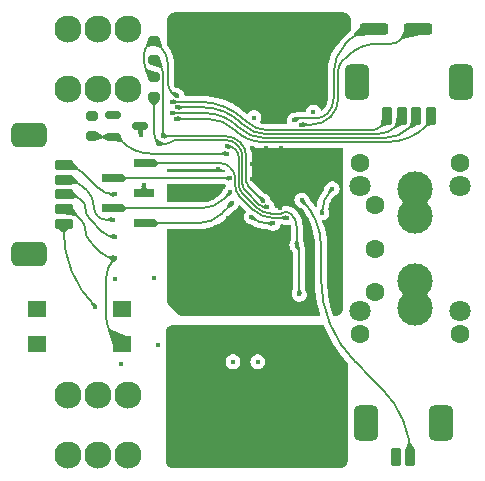
<source format=gbr>
%TF.GenerationSoftware,KiCad,Pcbnew,8.0.5*%
%TF.CreationDate,2025-01-19T00:45:46+01:00*%
%TF.ProjectId,BatteryMonitor,42617474-6572-4794-9d6f-6e69746f722e,rev?*%
%TF.SameCoordinates,Original*%
%TF.FileFunction,Copper,L4,Bot*%
%TF.FilePolarity,Positive*%
%FSLAX46Y46*%
G04 Gerber Fmt 4.6, Leading zero omitted, Abs format (unit mm)*
G04 Created by KiCad (PCBNEW 8.0.5) date 2025-01-19 00:45:46*
%MOMM*%
%LPD*%
G01*
G04 APERTURE LIST*
G04 Aperture macros list*
%AMRoundRect*
0 Rectangle with rounded corners*
0 $1 Rounding radius*
0 $2 $3 $4 $5 $6 $7 $8 $9 X,Y pos of 4 corners*
0 Add a 4 corners polygon primitive as box body*
4,1,4,$2,$3,$4,$5,$6,$7,$8,$9,$2,$3,0*
0 Add four circle primitives for the rounded corners*
1,1,$1+$1,$2,$3*
1,1,$1+$1,$4,$5*
1,1,$1+$1,$6,$7*
1,1,$1+$1,$8,$9*
0 Add four rect primitives between the rounded corners*
20,1,$1+$1,$2,$3,$4,$5,0*
20,1,$1+$1,$4,$5,$6,$7,0*
20,1,$1+$1,$6,$7,$8,$9,0*
20,1,$1+$1,$8,$9,$2,$3,0*%
G04 Aperture macros list end*
%TA.AperFunction,SMDPad,CuDef*%
%ADD10RoundRect,0.200000X-0.200000X-0.600000X0.200000X-0.600000X0.200000X0.600000X-0.200000X0.600000X0*%
%TD*%
%TA.AperFunction,SMDPad,CuDef*%
%ADD11RoundRect,0.525000X-0.525000X-0.975000X0.525000X-0.975000X0.525000X0.975000X-0.525000X0.975000X0*%
%TD*%
%TA.AperFunction,SMDPad,CuDef*%
%ADD12RoundRect,0.200000X0.600000X-0.200000X0.600000X0.200000X-0.600000X0.200000X-0.600000X-0.200000X0*%
%TD*%
%TA.AperFunction,SMDPad,CuDef*%
%ADD13RoundRect,0.525000X0.975000X-0.525000X0.975000X0.525000X-0.975000X0.525000X-0.975000X-0.525000X0*%
%TD*%
%TA.AperFunction,SMDPad,CuDef*%
%ADD14RoundRect,0.200000X0.275000X-0.200000X0.275000X0.200000X-0.275000X0.200000X-0.275000X-0.200000X0*%
%TD*%
%TA.AperFunction,SMDPad,CuDef*%
%ADD15RoundRect,0.237500X0.987500X0.237500X-0.987500X0.237500X-0.987500X-0.237500X0.987500X-0.237500X0*%
%TD*%
%TA.AperFunction,SMDPad,CuDef*%
%ADD16RoundRect,0.150000X-0.512500X-0.150000X0.512500X-0.150000X0.512500X0.150000X-0.512500X0.150000X0*%
%TD*%
%TA.AperFunction,SMDPad,CuDef*%
%ADD17R,1.800000X0.650000*%
%TD*%
%TA.AperFunction,SMDPad,CuDef*%
%ADD18R,1.600000X1.400000*%
%TD*%
%TA.AperFunction,SMDPad,CuDef*%
%ADD19RoundRect,0.200000X-0.275000X0.200000X-0.275000X-0.200000X0.275000X-0.200000X0.275000X0.200000X0*%
%TD*%
%TA.AperFunction,ComponentPad*%
%ADD20C,2.300000*%
%TD*%
%TA.AperFunction,ComponentPad*%
%ADD21C,3.000000*%
%TD*%
%TA.AperFunction,ComponentPad*%
%ADD22C,1.600000*%
%TD*%
%TA.AperFunction,ComponentPad*%
%ADD23C,1.800000*%
%TD*%
%TA.AperFunction,ViaPad*%
%ADD24C,0.450000*%
%TD*%
%TA.AperFunction,Conductor*%
%ADD25C,0.200000*%
%TD*%
G04 APERTURE END LIST*
D10*
%TO.P,J4,1,Pin_1*%
%TO.N,Net-(J4-Pin_1)*%
X165875000Y-89462500D03*
%TO.P,J4,2,Pin_2*%
%TO.N,Net-(J4-Pin_2)*%
X164625000Y-89462500D03*
%TO.P,J4,3,Pin_3*%
%TO.N,Net-(J4-Pin_3)*%
X163375000Y-89462500D03*
%TO.P,J4,4,Pin_4*%
%TO.N,GNDEXT*%
X162125000Y-89462500D03*
D11*
%TO.P,J4,M*%
%TO.N,N/C*%
X159575000Y-86562500D03*
X168425000Y-86562500D03*
%TD*%
D10*
%TO.P,J7,1,Pin_1*%
%TO.N,/PWR_SWITCH*%
X164125000Y-118362500D03*
%TO.P,J7,2,Pin_2*%
%TO.N,GND*%
X162875000Y-118362500D03*
D11*
%TO.P,J7,M*%
%TO.N,N/C*%
X160325000Y-115462500D03*
X166675000Y-115462500D03*
%TD*%
D12*
%TO.P,J3,1,Pin_1*%
%TO.N,Net-(J3-Pin_1)*%
X134750000Y-93600000D03*
%TO.P,J3,2,Pin_2*%
%TO.N,Net-(J3-Pin_2)*%
X134750000Y-94850000D03*
%TO.P,J3,3,Pin_3*%
%TO.N,Net-(J3-Pin_3)*%
X134750000Y-96100000D03*
%TO.P,J3,4,Pin_4*%
%TO.N,/CELL1*%
X134750000Y-97350000D03*
%TO.P,J3,5,Pin_5*%
%TO.N,/TS*%
X134750000Y-98600000D03*
D13*
%TO.P,J3,M*%
%TO.N,N/C*%
X131850000Y-101150000D03*
X131850000Y-91050000D03*
%TD*%
D14*
%TO.P,R13,1*%
%TO.N,Net-(Q1-G)*%
X137200000Y-91125000D03*
%TO.P,R13,2*%
%TO.N,GND*%
X137200000Y-89475000D03*
%TD*%
D15*
%TO.P,TP2,1,1*%
%TO.N,Net-(U2-PA3)*%
X161000000Y-82100000D03*
%TD*%
D16*
%TO.P,Q1,1,G*%
%TO.N,Net-(Q1-G)*%
X138962500Y-91250000D03*
%TO.P,Q1,2,S*%
%TO.N,GND*%
X138962500Y-89350000D03*
%TO.P,Q1,3,D*%
%TO.N,Net-(Q1-D)*%
X141237500Y-90300000D03*
%TD*%
D15*
%TO.P,TP1,1,1*%
%TO.N,Net-(U2-PA2)*%
X164800000Y-82100000D03*
%TD*%
D17*
%TO.P,J1,1,Pin_1*%
%TO.N,+3.3V*%
X141550000Y-98540000D03*
%TO.P,J1,2,Pin_2*%
%TO.N,/SWCLK*%
X138850000Y-97270000D03*
%TO.P,J1,3,Pin_3*%
%TO.N,GND*%
X141550000Y-96000000D03*
%TO.P,J1,4,Pin_4*%
%TO.N,/SWDIO*%
X138850000Y-94730000D03*
%TO.P,J1,5,Pin_5*%
%TO.N,Net-(J1-Pin_5)*%
X141550000Y-93460000D03*
%TD*%
D18*
%TO.P,SW1,1,1*%
%TO.N,N/C*%
X132500000Y-108800000D03*
%TO.N,/CELL1*%
X139700000Y-108800000D03*
%TO.P,SW1,2,2*%
%TO.N,N/C*%
X132500000Y-105800000D03*
%TO.N,Net-(R21-Pad1)*%
X139700000Y-105800000D03*
%TD*%
D19*
%TO.P,R8,1*%
%TO.N,+3.3V*%
X142400000Y-86175000D03*
%TO.P,R8,2*%
%TO.N,/SDA_ISO*%
X142400000Y-87825000D03*
%TD*%
D20*
%TO.P,J2,1,Pin_1*%
%TO.N,Net-(J2-Pin_1)*%
X140240000Y-87140000D03*
X140240000Y-82060000D03*
X137700000Y-87140000D03*
X137700000Y-82060000D03*
X135160000Y-87140000D03*
X135160000Y-82060000D03*
%TD*%
%TO.P,J5,1,Pin_1*%
%TO.N,GND*%
X140240000Y-118140000D03*
X140240000Y-113060000D03*
X137700000Y-118140000D03*
X137700000Y-113060000D03*
X135160000Y-118140000D03*
X135160000Y-113060000D03*
%TD*%
D21*
%TO.P,J6,1,Pin_1*%
%TO.N,Net-(D3-K)*%
X164525000Y-105737500D03*
X164525000Y-103437500D03*
%TO.P,J6,2,Pin_2*%
%TO.N,+BATT*%
X164525000Y-97937500D03*
X164525000Y-95637500D03*
D22*
%TO.P,J6,3,Pin_3*%
%TO.N,unconnected-(J6-Pin_3-Pad3)*%
X161150000Y-104337500D03*
%TO.P,J6,4,Pin_4*%
%TO.N,unconnected-(J6-Pin_4-Pad4)*%
X161150000Y-100687500D03*
%TO.P,J6,5,Pin_5*%
%TO.N,unconnected-(J6-Pin_5-Pad5)*%
X161150000Y-97037500D03*
%TO.P,J6,M*%
%TO.N,N/C*%
X168325000Y-107937500D03*
D23*
X168325000Y-105987500D03*
X168325000Y-95387500D03*
D22*
X168325000Y-93437500D03*
X159875000Y-107937500D03*
D23*
X159875000Y-105987500D03*
X159875000Y-95387500D03*
D22*
X159875000Y-93437500D03*
%TD*%
D19*
%TO.P,R7,1*%
%TO.N,+3.3V*%
X142400000Y-83075000D03*
%TO.P,R7,2*%
%TO.N,/SCL_ISO*%
X142400000Y-84725000D03*
%TD*%
D24*
%TO.N,GND*%
X151700000Y-102500000D03*
X150700000Y-93500000D03*
X150700000Y-92200000D03*
X150800000Y-99625000D03*
X149100000Y-110275000D03*
X151900000Y-93500000D03*
X147790000Y-93980000D03*
X138962500Y-89350000D03*
X151900000Y-92200000D03*
X157500000Y-97175000D03*
X149200000Y-103700000D03*
X155900000Y-93675000D03*
X153200000Y-93500000D03*
X139075000Y-103300000D03*
X142725000Y-108890000D03*
X162875000Y-118362500D03*
X150875000Y-89600000D03*
X150600000Y-105100000D03*
X137200000Y-89475000D03*
X149200000Y-105100000D03*
X145700000Y-95400000D03*
X150700000Y-94800000D03*
X144700000Y-100600000D03*
X153200000Y-92200000D03*
X155900000Y-89125000D03*
X144100000Y-103175000D03*
X142400000Y-103175000D03*
X148900000Y-99600000D03*
X153400000Y-104750000D03*
X153060000Y-97230000D03*
X151200000Y-110275000D03*
X153200000Y-94800000D03*
X149900000Y-104400000D03*
X141550000Y-95270000D03*
X151900000Y-94800000D03*
X145000000Y-105000000D03*
X139600000Y-110450000D03*
X150600000Y-103700000D03*
X148700000Y-98125000D03*
%TO.N,+3.3V*%
X144370000Y-87750000D03*
X149000000Y-96856934D03*
%TO.N,Net-(J1-Pin_5)*%
X157500000Y-95625000D03*
X156630000Y-97650000D03*
X153640000Y-98090000D03*
%TO.N,+BATT*%
X150200000Y-86300000D03*
X150200000Y-81700000D03*
X149300000Y-85100000D03*
X152000000Y-86300000D03*
X149300000Y-82900000D03*
X151100000Y-85100000D03*
X148400000Y-84000000D03*
X150200000Y-84000000D03*
X151100000Y-82900000D03*
X152000000Y-84000000D03*
X152000000Y-81700000D03*
%TO.N,GNDEXT*%
X143930000Y-88260000D03*
%TO.N,/TS*%
X137430000Y-105600000D03*
%TO.N,/SWDIO*%
X148830000Y-94750000D03*
%TO.N,/SWCLK*%
X148860000Y-95940000D03*
%TO.N,/CELL1*%
X139075000Y-101500000D03*
%TO.N,Net-(J3-Pin_1)*%
X139075000Y-96100000D03*
%TO.N,Net-(J3-Pin_3)*%
X139075000Y-99700000D03*
%TO.N,Net-(J3-Pin_2)*%
X138920000Y-98240000D03*
%TO.N,Net-(J4-Pin_3)*%
X144340000Y-88730000D03*
%TO.N,Net-(J4-Pin_1)*%
X144310000Y-89710000D03*
%TO.N,Net-(Q1-G)*%
X148630000Y-92660000D03*
%TO.N,Net-(Q1-D)*%
X141280000Y-91040000D03*
%TO.N,Net-(U1-SDA)*%
X152500000Y-98560000D03*
X150650000Y-98000000D03*
%TO.N,Net-(J4-Pin_2)*%
X143910000Y-89220000D03*
%TO.N,Net-(U2-PA2)*%
X154880000Y-90200000D03*
%TO.N,Net-(U2-PA3)*%
X154280000Y-89820000D03*
%TO.N,/PWR_SWITCH*%
X154930000Y-96570000D03*
%TO.N,Net-(Q2-D)*%
X153300000Y-113800000D03*
X154400000Y-113000000D03*
X156100000Y-114700000D03*
X154400000Y-114700000D03*
X148700000Y-116400000D03*
X157800000Y-113000000D03*
X152100000Y-116400000D03*
X150400000Y-113000000D03*
X150400000Y-116400000D03*
X148700000Y-114700000D03*
X154400000Y-116400000D03*
X152100000Y-113000000D03*
X153300000Y-115600000D03*
X157800000Y-114700000D03*
X148700000Y-113000000D03*
X156100000Y-116400000D03*
X157800000Y-116400000D03*
X156100000Y-113000000D03*
X152100000Y-114700000D03*
X150400000Y-114700000D03*
%TO.N,/SDA_ISO*%
X151990000Y-97150000D03*
X142812500Y-91825000D03*
%TO.N,Net-(R21-Pad1)*%
X139925000Y-105600000D03*
%TO.N,/SCL_BMS*%
X154710000Y-104580000D03*
X148590000Y-92020000D03*
X154500000Y-100400000D03*
%TO.N,/SCL_ISO*%
X143170000Y-91180000D03*
X151660000Y-96650000D03*
%TD*%
D25*
%TO.N,GND*%
X141550000Y-96000000D02*
X141550000Y-95270000D01*
%TO.N,+3.3V*%
X148150000Y-97730000D02*
X148189695Y-97693497D01*
X141550000Y-98540000D02*
X146194488Y-98540000D01*
X143620000Y-85239238D02*
X143620000Y-85224091D01*
X142910000Y-83510000D02*
X142528034Y-83128034D01*
X141580000Y-84900000D02*
X141580000Y-84190121D01*
X141870000Y-83490000D02*
X142203683Y-83156317D01*
X144096862Y-87636862D02*
X143870000Y-87410000D01*
X143620000Y-86806447D02*
X143620000Y-85239238D01*
X148189695Y-97693497D02*
X148981432Y-96901760D01*
X142306109Y-86136109D02*
X141940625Y-85770625D01*
X144370000Y-87750000D02*
G75*
G02*
X144096857Y-87636867I0J386300D01*
G01*
X143620000Y-85224091D02*
G75*
G03*
X142909998Y-83510002I-2424100J-9D01*
G01*
X142203683Y-83156317D02*
G75*
G02*
X142400000Y-83074990I196317J-196283D01*
G01*
X142528034Y-83128034D02*
G75*
G03*
X142400000Y-83075010I-128034J-128066D01*
G01*
X143870000Y-87410000D02*
G75*
G02*
X143619981Y-86806447I603600J603600D01*
G01*
X141580000Y-84190121D02*
G75*
G02*
X141869994Y-83489994I990100J21D01*
G01*
X146194488Y-98540000D02*
G75*
G03*
X148150004Y-97730004I12J2765500D01*
G01*
X141940625Y-85770625D02*
G75*
G02*
X141579986Y-84900000I870575J870625D01*
G01*
X148981432Y-96901760D02*
G75*
G03*
X149000022Y-96856934I-44832J44860D01*
G01*
X142400000Y-86175000D02*
G75*
G02*
X142306105Y-86136113I0J132800D01*
G01*
%TO.N,Net-(J1-Pin_5)*%
X157500000Y-95625000D02*
X157446709Y-95678291D01*
X149633639Y-96213639D02*
X150829081Y-97409081D01*
X141550000Y-93460000D02*
X148037452Y-93460000D01*
X148810000Y-93780000D02*
X148966447Y-93936446D01*
X149280000Y-94693429D02*
X149280000Y-95359879D01*
X152472964Y-98090000D02*
X153640000Y-98090000D01*
X157446709Y-95678291D02*
G75*
G03*
X156629995Y-97650000I1971691J-1971709D01*
G01*
X149280000Y-95359879D02*
G75*
G03*
X149633628Y-96213650I1207400J-21D01*
G01*
X150829081Y-97409081D02*
G75*
G03*
X152472964Y-98090026I1643919J1643881D01*
G01*
X148037452Y-93460000D02*
G75*
G02*
X148810014Y-93779986I48J-1092500D01*
G01*
X148966447Y-93936446D02*
G75*
G02*
X149279990Y-94693429I-756947J-756954D01*
G01*
%TO.N,GNDEXT*%
X161861603Y-90098398D02*
X161750000Y-90210000D01*
X146243827Y-88260000D02*
X143930000Y-88260000D01*
X160733309Y-90680000D02*
X152073086Y-90680000D01*
X161750000Y-90210000D02*
X161666569Y-90293431D01*
X150190000Y-89900000D02*
X150180711Y-89890711D01*
X150180711Y-89890711D02*
G75*
G03*
X146243827Y-88259983I-3936911J-3936889D01*
G01*
X162125000Y-89462500D02*
G75*
G02*
X161861604Y-90098399I-899300J0D01*
G01*
X161666569Y-90293431D02*
G75*
G02*
X160733309Y-90680015I-933269J933231D01*
G01*
X152073086Y-90680000D02*
G75*
G02*
X150190004Y-89899996I14J2663100D01*
G01*
%TO.N,/TS*%
X134750000Y-98600000D02*
X134750000Y-99129908D01*
X134750000Y-99129908D02*
G75*
G03*
X137430002Y-105599998I9150100J8D01*
G01*
%TO.N,/SWDIO*%
X138850000Y-94730000D02*
X148781716Y-94730000D01*
X148781716Y-94730000D02*
G75*
G02*
X148829995Y-94750005I-16J-68300D01*
G01*
%TO.N,/SWCLK*%
X148860000Y-95940000D02*
X148320883Y-96479117D01*
X138850000Y-97270000D02*
X146411523Y-97270000D01*
X148320883Y-96479117D02*
G75*
G02*
X146411523Y-97270029I-1909383J1909317D01*
G01*
%TO.N,/CELL1*%
X139700000Y-108800000D02*
X139020036Y-108120036D01*
X138320000Y-106430000D02*
X138320000Y-103322731D01*
X136989411Y-100079410D02*
X137370000Y-100460000D01*
X136580000Y-99060000D02*
X136580000Y-99091006D01*
X135723051Y-97753051D02*
X136261802Y-98291802D01*
X137370000Y-100460000D02*
X137939774Y-101029774D01*
X139075000Y-101500000D02*
G75*
G03*
X138320013Y-103322731I1822700J-1822700D01*
G01*
X136580000Y-99091006D02*
G75*
G03*
X136989417Y-100079404I1397800J6D01*
G01*
X134750000Y-97350000D02*
G75*
G02*
X135723051Y-97753051I0J-1376100D01*
G01*
X136261802Y-98291802D02*
G75*
G02*
X136579999Y-99060000I-768202J-768198D01*
G01*
X139020036Y-108120036D02*
G75*
G02*
X138320008Y-106430000I1690064J1690036D01*
G01*
X137939774Y-101029774D02*
G75*
G03*
X139075000Y-101499986I1135226J1135274D01*
G01*
%TO.N,Net-(J3-Pin_1)*%
X136388822Y-94278823D02*
X137270000Y-95160000D01*
X137270000Y-95160000D02*
X137598352Y-95488352D01*
X134750000Y-93600000D02*
G75*
G02*
X136388813Y-94278832I0J-2317600D01*
G01*
X137598352Y-95488352D02*
G75*
G03*
X139075000Y-96099998I1476648J1476652D01*
G01*
%TO.N,Net-(J3-Pin_3)*%
X136590000Y-97240000D02*
X136591390Y-97268537D01*
X136982316Y-98212316D02*
X138042200Y-99272200D01*
X136350000Y-96650000D02*
X136346124Y-96646124D01*
X134750000Y-96100000D02*
X135022183Y-96100000D01*
X136590000Y-97234892D02*
X136590000Y-97240000D01*
X136346124Y-96646124D02*
G75*
G02*
X136589989Y-97234892I-588824J-588776D01*
G01*
X136591390Y-97268537D02*
G75*
G03*
X136982334Y-98212298I1334710J37D01*
G01*
X135022183Y-96100000D02*
G75*
G02*
X136350005Y-96649995I17J-1877800D01*
G01*
X138042200Y-99272200D02*
G75*
G03*
X139075000Y-99700000I1032800J1032800D01*
G01*
%TO.N,Net-(J3-Pin_2)*%
X136737243Y-95757243D02*
X136510000Y-95530000D01*
X138920000Y-98240000D02*
X138335979Y-98240000D01*
X134868335Y-94850000D02*
X134750000Y-94850000D01*
X137660000Y-97960000D02*
X137642340Y-97942340D01*
X137642340Y-97942340D02*
G75*
G02*
X137310006Y-97140000I802360J802340D01*
G01*
X137310000Y-97140000D02*
G75*
G03*
X136737240Y-95757246I-1955500J0D01*
G01*
X136510000Y-95530000D02*
G75*
G03*
X134868335Y-94849986I-1641700J-1641700D01*
G01*
X138335979Y-98240000D02*
G75*
G02*
X137660006Y-97959994I21J956000D01*
G01*
%TO.N,Net-(J4-Pin_3)*%
X146531523Y-88730000D02*
X144340000Y-88730000D01*
X149900000Y-90150000D02*
X149857782Y-90107782D01*
X163062105Y-90217895D02*
X162980000Y-90300000D01*
X161265909Y-91010000D02*
X151976223Y-91010000D01*
X151976223Y-91010000D02*
G75*
G02*
X149899993Y-90150007I-23J2936200D01*
G01*
X162980000Y-90300000D02*
G75*
G02*
X161265909Y-91010003I-1714100J1714100D01*
G01*
X149857782Y-90107782D02*
G75*
G03*
X146531523Y-88729972I-3326282J-3326218D01*
G01*
X163375000Y-89462500D02*
G75*
G02*
X163062107Y-90217897I-1068300J0D01*
G01*
%TO.N,Net-(J4-Pin_1)*%
X165547963Y-90252037D02*
X165540000Y-90260000D01*
X146956498Y-89710000D02*
X144310000Y-89710000D01*
X160390000Y-91670000D02*
X151688355Y-91670000D01*
X162135959Y-91670000D02*
X160390000Y-91670000D01*
X151688355Y-91670000D02*
G75*
G02*
X149250013Y-90659987I45J3448400D01*
G01*
X165540000Y-90260000D02*
G75*
G02*
X162135959Y-91669983I-3404000J3404000D01*
G01*
X165875000Y-89462500D02*
G75*
G02*
X165547968Y-90252042I-1116600J0D01*
G01*
X149250000Y-90660000D02*
G75*
G03*
X146956498Y-89710001I-2293500J-2293500D01*
G01*
%TO.N,Net-(Q1-G)*%
X137501776Y-91250000D02*
X138962500Y-91250000D01*
X148630000Y-92660000D02*
X142219066Y-92660000D01*
X139660000Y-91600000D02*
X139555720Y-91495720D01*
X139555720Y-91495720D02*
G75*
G03*
X138962500Y-91249989I-593220J-593180D01*
G01*
X137200000Y-91125000D02*
G75*
G03*
X137501776Y-91250010I301800J301800D01*
G01*
X142219066Y-92660000D02*
G75*
G02*
X139660010Y-91599990I34J3619100D01*
G01*
%TO.N,Net-(Q1-D)*%
X141280000Y-91040000D02*
X141280000Y-90402604D01*
X141280000Y-90402604D02*
G75*
G03*
X141237501Y-90299999I-145100J4D01*
G01*
%TO.N,Net-(U1-SDA)*%
X152001959Y-98560000D02*
X152500000Y-98560000D01*
X150650000Y-98000000D02*
G75*
G03*
X152001959Y-98560017I1352000J1352000D01*
G01*
%TO.N,Net-(J4-Pin_2)*%
X164312105Y-90217895D02*
X164142427Y-90387573D01*
X146697086Y-89220000D02*
X143910000Y-89220000D01*
X161843065Y-91340000D02*
X151815218Y-91340000D01*
X164625000Y-89462500D02*
G75*
G02*
X164312107Y-90217897I-1068300J0D01*
G01*
X149570000Y-90410000D02*
G75*
G03*
X146697086Y-89220006I-2872900J-2872900D01*
G01*
X151815218Y-91340000D02*
G75*
G02*
X149569995Y-90410005I-18J3175200D01*
G01*
X164142427Y-90387573D02*
G75*
G02*
X161843065Y-91339972I-2299327J2299373D01*
G01*
%TO.N,Net-(U2-PA2)*%
X161476568Y-83350000D02*
X161295756Y-83350000D01*
X155700675Y-90200000D02*
X154880000Y-90200000D01*
X158844767Y-84365233D02*
X158280000Y-84930000D01*
X158280000Y-84930000D02*
X158266312Y-84944886D01*
X158010000Y-85563677D02*
X158010000Y-87974904D01*
X163758665Y-82531335D02*
X163280000Y-83010000D01*
X157370000Y-89520000D02*
X157389559Y-89500441D01*
X162459168Y-83350000D02*
X161476568Y-83350000D01*
X164800000Y-82100000D02*
G75*
G03*
X163758659Y-82531329I0J-1472700D01*
G01*
X157389559Y-89500441D02*
G75*
G02*
X155700675Y-90199995I-1688859J1688841D01*
G01*
X161295756Y-83350000D02*
G75*
G03*
X158844793Y-84365259I44J-3466200D01*
G01*
X158010000Y-87974904D02*
G75*
G02*
X157369999Y-89519999I-2185100J4D01*
G01*
X163280000Y-83010000D02*
G75*
G02*
X162459168Y-83349986I-820800J820800D01*
G01*
X158266312Y-84944886D02*
G75*
G03*
X158009983Y-85563677I618788J-618814D01*
G01*
%TO.N,Net-(U2-PA3)*%
X159122182Y-82877817D02*
X158587524Y-83412475D01*
X157640000Y-85700000D02*
X157640000Y-87903899D01*
X156152599Y-89660000D02*
X154666274Y-89660000D01*
X157640000Y-87903899D02*
G75*
G02*
X157070001Y-89280001I-1946100J-1D01*
G01*
X161000000Y-82100000D02*
G75*
G03*
X159122190Y-82877825I0J-2655600D01*
G01*
X154666274Y-89660000D02*
G75*
G03*
X154280008Y-89820008I26J-546300D01*
G01*
X158587524Y-83412475D02*
G75*
G03*
X157639986Y-85700000I2287476J-2287525D01*
G01*
X157070000Y-89280000D02*
G75*
G02*
X156152599Y-89660000I-917400J917400D01*
G01*
%TO.N,/PWR_SWITCH*%
X160800000Y-111650000D02*
X159484494Y-110334494D01*
X156550000Y-103250000D02*
X156550000Y-100481025D01*
X161729676Y-112579676D02*
X160800000Y-111650000D01*
X159484494Y-110334494D02*
G75*
G02*
X156550004Y-103250000I7084506J7084494D01*
G01*
X156550000Y-100481025D02*
G75*
G03*
X154930008Y-96569992I-5531000J25D01*
G01*
X164125000Y-118362500D02*
G75*
G03*
X161729666Y-112579686I-8178100J0D01*
G01*
%TO.N,/SDA_ISO*%
X148559878Y-91520000D02*
X144157989Y-91520000D01*
X151330000Y-97000000D02*
X150170710Y-95840710D01*
X143820000Y-91660000D02*
X143790234Y-91687391D01*
X149478579Y-91928579D02*
X149430711Y-91880711D01*
X149900000Y-95187158D02*
X149900000Y-92945979D01*
X151990000Y-97150000D02*
X151692132Y-97150000D01*
X142400000Y-90829137D02*
X142400000Y-87825000D01*
X143458017Y-91825000D02*
X142812500Y-91825000D01*
X144157989Y-91520000D02*
G75*
G03*
X143820003Y-91660003I11J-478000D01*
G01*
X151990000Y-97150000D02*
G75*
G03*
X151954642Y-97064647I-120700J0D01*
G01*
X143790234Y-91687391D02*
G75*
G02*
X143458017Y-91825019I-332234J332191D01*
G01*
X151692132Y-97150000D02*
G75*
G02*
X151329991Y-97000009I-32J512100D01*
G01*
X150170710Y-95840710D02*
G75*
G02*
X149900041Y-95187158I653590J653510D01*
G01*
X149900000Y-92945979D02*
G75*
G03*
X149478564Y-91928594I-1438800J-21D01*
G01*
X149430711Y-91880711D02*
G75*
G03*
X148559878Y-91520003I-870811J-870789D01*
G01*
X142812500Y-91825000D02*
G75*
G02*
X142399985Y-90829137I995900J995900D01*
G01*
%TO.N,Net-(R21-Pad1)*%
X139742677Y-105782322D02*
X139925000Y-105600000D01*
X139700000Y-105800000D02*
G75*
G03*
X139742666Y-105782311I0J60300D01*
G01*
%TO.N,/SCL_BMS*%
X149590000Y-92971837D02*
X149590000Y-95252305D01*
X148629289Y-92059289D02*
X148690588Y-92059289D01*
X148590000Y-92020000D02*
X148629289Y-92059289D01*
X152326690Y-97730000D02*
X153159290Y-97730000D01*
X149913639Y-96033639D02*
X151103223Y-97223223D01*
X153424852Y-97620000D02*
X153677868Y-97620000D01*
X154710000Y-104580000D02*
X154710000Y-100906984D01*
X148595736Y-92020000D02*
X148590000Y-92020000D01*
X154500000Y-98880538D02*
X154500000Y-100400000D01*
X149590000Y-95252305D02*
G75*
G03*
X149913636Y-96033642I1105000J5D01*
G01*
X151103223Y-97223223D02*
G75*
G03*
X152326690Y-97730020I1223477J1223423D01*
G01*
X153677868Y-97620000D02*
G75*
G02*
X154040009Y-97769991I32J-512100D01*
G01*
X154040000Y-97770000D02*
G75*
G02*
X154499984Y-98880538I-1110500J-1110500D01*
G01*
X153280000Y-97680000D02*
G75*
G02*
X153424852Y-97619951I144900J-144800D01*
G01*
X153159290Y-97730000D02*
G75*
G03*
X153280003Y-97680003I10J170700D01*
G01*
X149320000Y-92320000D02*
G75*
G02*
X149589984Y-92971837I-651800J-651800D01*
G01*
X154710000Y-100906984D02*
G75*
G03*
X154499996Y-100400004I-717000J-16D01*
G01*
X149320000Y-92320000D02*
G75*
G03*
X148595736Y-92019985I-724300J-724300D01*
G01*
%TO.N,/SCL_ISO*%
X142930000Y-85160000D02*
X142562176Y-84792176D01*
X151660000Y-96650000D02*
X150375147Y-95365147D01*
X143170000Y-91180000D02*
X143182071Y-91175000D01*
X143170000Y-91180000D02*
X143170000Y-85739411D01*
X150230000Y-92959533D02*
X150230000Y-95014731D01*
X143182071Y-91175000D02*
X148480823Y-91175000D01*
X143170000Y-85739411D02*
G75*
G03*
X142930003Y-85159997I-819400J11D01*
G01*
X149700000Y-91680000D02*
G75*
G02*
X150229986Y-92959533I-1279500J-1279500D01*
G01*
X142562176Y-84792176D02*
G75*
G03*
X142400000Y-84724985I-162176J-162124D01*
G01*
X148480823Y-91175000D02*
G75*
G02*
X149699994Y-91680006I-23J-1724200D01*
G01*
X150375147Y-95365147D02*
G75*
G02*
X150229989Y-95014731I350453J350447D01*
G01*
%TD*%
%TA.AperFunction,Conductor*%
%TO.N,Net-(Q2-D)*%
G36*
X156821805Y-107221674D02*
G01*
X156837846Y-107245682D01*
X156963196Y-107548306D01*
X156963200Y-107548314D01*
X157219320Y-108080153D01*
X157495707Y-108580239D01*
X157504864Y-108596806D01*
X157600957Y-108749736D01*
X157818914Y-109096613D01*
X158160501Y-109578036D01*
X158160509Y-109578047D01*
X158160511Y-109578049D01*
X158246481Y-109685852D01*
X158528544Y-110039548D01*
X158738959Y-110275003D01*
X158781178Y-110322246D01*
X158800000Y-110371556D01*
X158800000Y-118688042D01*
X158799367Y-118697701D01*
X158784234Y-118812644D01*
X158779234Y-118831303D01*
X158736740Y-118933893D01*
X158727081Y-118950624D01*
X158656507Y-119042597D01*
X158650125Y-119049874D01*
X158549874Y-119150125D01*
X158542597Y-119156507D01*
X158450624Y-119227081D01*
X158433893Y-119236740D01*
X158331303Y-119279234D01*
X158312644Y-119284234D01*
X158197701Y-119299367D01*
X158188042Y-119300000D01*
X144011958Y-119300000D01*
X144002299Y-119299367D01*
X143887355Y-119284234D01*
X143868696Y-119279234D01*
X143766106Y-119236740D01*
X143749380Y-119227084D01*
X143657396Y-119156502D01*
X143650125Y-119150125D01*
X143549874Y-119049874D01*
X143543498Y-119042604D01*
X143472914Y-118950617D01*
X143463259Y-118933893D01*
X143420765Y-118831303D01*
X143415765Y-118812644D01*
X143400633Y-118697701D01*
X143400000Y-118688042D01*
X143400000Y-110274996D01*
X148469906Y-110274996D01*
X148469906Y-110275003D01*
X148488214Y-110425790D01*
X148542078Y-110567818D01*
X148593151Y-110641809D01*
X148628368Y-110692830D01*
X148742066Y-110793557D01*
X148742067Y-110793557D01*
X148742069Y-110793559D01*
X148876562Y-110864146D01*
X148876566Y-110864148D01*
X149024051Y-110900500D01*
X149024055Y-110900500D01*
X149175945Y-110900500D01*
X149175949Y-110900500D01*
X149323434Y-110864148D01*
X149457934Y-110793557D01*
X149571632Y-110692830D01*
X149657921Y-110567819D01*
X149711785Y-110425791D01*
X149718370Y-110371556D01*
X149730094Y-110275003D01*
X149730094Y-110274996D01*
X150569906Y-110274996D01*
X150569906Y-110275003D01*
X150588214Y-110425790D01*
X150642078Y-110567818D01*
X150693151Y-110641809D01*
X150728368Y-110692830D01*
X150842066Y-110793557D01*
X150842067Y-110793557D01*
X150842069Y-110793559D01*
X150976562Y-110864146D01*
X150976566Y-110864148D01*
X151124051Y-110900500D01*
X151124055Y-110900500D01*
X151275945Y-110900500D01*
X151275949Y-110900500D01*
X151423434Y-110864148D01*
X151557934Y-110793557D01*
X151671632Y-110692830D01*
X151757921Y-110567819D01*
X151811785Y-110425791D01*
X151818370Y-110371556D01*
X151830094Y-110275003D01*
X151830094Y-110274996D01*
X151811785Y-110124209D01*
X151757921Y-109982181D01*
X151671632Y-109857170D01*
X151557934Y-109756443D01*
X151557932Y-109756442D01*
X151557930Y-109756440D01*
X151423437Y-109685853D01*
X151423434Y-109685852D01*
X151275949Y-109649500D01*
X151124051Y-109649500D01*
X150976562Y-109685853D01*
X150842069Y-109756440D01*
X150728367Y-109857170D01*
X150642078Y-109982181D01*
X150588214Y-110124209D01*
X150569906Y-110274996D01*
X149730094Y-110274996D01*
X149711785Y-110124209D01*
X149657921Y-109982181D01*
X149571632Y-109857170D01*
X149457934Y-109756443D01*
X149457932Y-109756442D01*
X149457930Y-109756440D01*
X149323437Y-109685853D01*
X149323434Y-109685852D01*
X149175949Y-109649500D01*
X149024051Y-109649500D01*
X148876562Y-109685853D01*
X148742069Y-109756440D01*
X148628367Y-109857170D01*
X148542078Y-109982181D01*
X148488214Y-110124209D01*
X148469906Y-110274996D01*
X143400000Y-110274996D01*
X143400000Y-107711957D01*
X143400633Y-107702298D01*
X143404693Y-107671459D01*
X143415766Y-107587351D01*
X143420765Y-107568696D01*
X143463260Y-107466102D01*
X143472911Y-107449385D01*
X143543504Y-107357387D01*
X143549866Y-107350133D01*
X143550133Y-107349866D01*
X143557387Y-107343504D01*
X143649385Y-107272911D01*
X143666102Y-107263260D01*
X143768698Y-107220764D01*
X143787351Y-107215766D01*
X143902299Y-107200633D01*
X143911958Y-107200000D01*
X156769479Y-107200000D01*
X156821805Y-107221674D01*
G37*
%TD.AperFunction*%
%TD*%
%TA.AperFunction,Conductor*%
%TO.N,GND*%
G36*
X150832851Y-92080560D02*
G01*
X151172431Y-92140441D01*
X151172446Y-92140442D01*
X151172452Y-92140443D01*
X151515936Y-92170498D01*
X151515939Y-92170498D01*
X151616497Y-92170498D01*
X151616505Y-92170500D01*
X151688348Y-92170500D01*
X151754241Y-92170501D01*
X151754245Y-92170500D01*
X158326000Y-92170500D01*
X158378326Y-92192174D01*
X158400000Y-92244500D01*
X158400000Y-105788042D01*
X158399367Y-105797701D01*
X158384234Y-105912644D01*
X158379234Y-105931303D01*
X158336740Y-106033893D01*
X158327081Y-106050624D01*
X158256507Y-106142597D01*
X158250125Y-106149874D01*
X158149874Y-106250125D01*
X158142597Y-106256507D01*
X158050624Y-106327081D01*
X158033893Y-106336740D01*
X157931303Y-106379234D01*
X157912644Y-106384234D01*
X157797701Y-106399367D01*
X157788042Y-106400000D01*
X157644051Y-106400000D01*
X157591725Y-106378326D01*
X157574099Y-106350139D01*
X157482222Y-106083892D01*
X157480897Y-106079640D01*
X157327691Y-105530062D01*
X157326630Y-105525759D01*
X157206888Y-104967944D01*
X157206082Y-104963547D01*
X157169182Y-104721101D01*
X157120236Y-104399507D01*
X157119703Y-104395105D01*
X157068072Y-103826924D01*
X157067803Y-103822478D01*
X157050534Y-103250958D01*
X157050500Y-103248723D01*
X157050500Y-100410242D01*
X157050489Y-100410078D01*
X157050489Y-100399996D01*
X157050490Y-100265611D01*
X157019757Y-99835876D01*
X156958445Y-99409428D01*
X156866866Y-98988440D01*
X156866862Y-98988428D01*
X156866859Y-98988413D01*
X156745492Y-98575075D01*
X156745490Y-98575070D01*
X156745487Y-98575059D01*
X156668865Y-98369624D01*
X156670886Y-98313024D01*
X156712339Y-98274431D01*
X156720474Y-98271919D01*
X156853434Y-98239148D01*
X156987934Y-98168557D01*
X157101632Y-98067830D01*
X157187921Y-97942819D01*
X157241785Y-97800791D01*
X157260094Y-97650000D01*
X157253442Y-97595217D01*
X157241785Y-97499209D01*
X157227934Y-97462686D01*
X157218140Y-97436861D01*
X157215326Y-97427688D01*
X157208544Y-97399068D01*
X157170937Y-97307519D01*
X157166434Y-97267009D01*
X157187166Y-97144988D01*
X157189012Y-97136902D01*
X157192847Y-97123591D01*
X157257745Y-96898327D01*
X157260475Y-96890524D01*
X157355496Y-96661125D01*
X157359074Y-96653695D01*
X157479181Y-96436380D01*
X157483573Y-96429389D01*
X157545402Y-96342248D01*
X157566716Y-96322206D01*
X157791586Y-96182594D01*
X157797767Y-96177277D01*
X157811631Y-96167858D01*
X157857934Y-96143557D01*
X157971632Y-96042830D01*
X158057921Y-95917819D01*
X158111785Y-95775791D01*
X158123325Y-95680751D01*
X158130094Y-95625003D01*
X158130094Y-95624996D01*
X158111785Y-95474209D01*
X158057921Y-95332181D01*
X157971632Y-95207170D01*
X157959466Y-95196392D01*
X157857934Y-95106443D01*
X157857932Y-95106442D01*
X157857930Y-95106440D01*
X157723437Y-95035853D01*
X157723434Y-95035852D01*
X157575949Y-94999500D01*
X157424051Y-94999500D01*
X157276562Y-95035853D01*
X157142069Y-95106440D01*
X157028368Y-95207170D01*
X156942077Y-95332184D01*
X156942076Y-95332187D01*
X156934454Y-95352283D01*
X156926520Y-95367557D01*
X156920292Y-95376745D01*
X156920289Y-95376751D01*
X156777680Y-95680751D01*
X156772214Y-95690435D01*
X156594020Y-95957119D01*
X156594012Y-95957132D01*
X156441687Y-96242113D01*
X156441686Y-96242114D01*
X156318020Y-96540669D01*
X156224219Y-96849886D01*
X156224218Y-96849891D01*
X156172720Y-97108788D01*
X156141254Y-97155880D01*
X156085705Y-97166929D01*
X156038613Y-97135463D01*
X156037889Y-97134358D01*
X155976557Y-97038923D01*
X155974628Y-97036346D01*
X155718365Y-96694017D01*
X155661132Y-96627967D01*
X155650467Y-96611782D01*
X155563503Y-96432346D01*
X155507566Y-96316930D01*
X155498812Y-96299904D01*
X155498808Y-96299899D01*
X155497194Y-96297354D01*
X155490486Y-96283946D01*
X155487922Y-96277184D01*
X155487921Y-96277181D01*
X155401632Y-96152170D01*
X155287934Y-96051443D01*
X155287932Y-96051442D01*
X155287930Y-96051440D01*
X155153437Y-95980853D01*
X155153434Y-95980852D01*
X155005949Y-95944500D01*
X154854051Y-95944500D01*
X154706562Y-95980853D01*
X154572069Y-96051440D01*
X154458367Y-96152170D01*
X154372078Y-96277181D01*
X154318214Y-96419209D01*
X154299906Y-96569996D01*
X154299906Y-96570003D01*
X154318214Y-96720790D01*
X154372078Y-96862818D01*
X154405547Y-96911305D01*
X154458368Y-96987830D01*
X154572066Y-97088557D01*
X154572067Y-97088557D01*
X154572069Y-97088559D01*
X154621827Y-97114674D01*
X154635099Y-97123591D01*
X154643032Y-97130270D01*
X154643039Y-97130275D01*
X154882583Y-97274764D01*
X154889275Y-97278800D01*
X154909167Y-97296352D01*
X155086950Y-97521868D01*
X155090366Y-97526569D01*
X155306584Y-97850163D01*
X155309620Y-97855117D01*
X155499781Y-98194675D01*
X155502419Y-98199852D01*
X155602907Y-98417830D01*
X155665355Y-98553290D01*
X155667576Y-98558655D01*
X155675163Y-98579218D01*
X155802276Y-98923775D01*
X155804072Y-98929302D01*
X155909712Y-99303877D01*
X155911068Y-99309527D01*
X155986990Y-99691223D01*
X155987899Y-99696961D01*
X156033641Y-100083442D01*
X156034097Y-100089235D01*
X156049442Y-100479851D01*
X156049499Y-100482756D01*
X156049499Y-100552872D01*
X156049500Y-100552885D01*
X156049500Y-103320875D01*
X156049505Y-103320948D01*
X156049505Y-103545148D01*
X156082603Y-104134516D01*
X156148695Y-104721101D01*
X156148696Y-104721112D01*
X156148697Y-104721113D01*
X156148698Y-104721120D01*
X156247569Y-105303040D01*
X156247573Y-105303057D01*
X156378926Y-105878554D01*
X156457092Y-106149874D01*
X156501931Y-106305514D01*
X156495589Y-106361795D01*
X156451309Y-106397108D01*
X156430823Y-106400000D01*
X144811958Y-106400000D01*
X144802299Y-106399367D01*
X144687355Y-106384234D01*
X144668696Y-106379234D01*
X144566106Y-106336740D01*
X144549380Y-106327084D01*
X144457396Y-106256502D01*
X144450125Y-106250125D01*
X143649874Y-105449874D01*
X143643498Y-105442604D01*
X143572914Y-105350617D01*
X143563259Y-105333893D01*
X143520765Y-105231303D01*
X143515765Y-105212644D01*
X143514824Y-105205499D01*
X143500633Y-105097701D01*
X143500000Y-105088042D01*
X143500000Y-99114500D01*
X143521674Y-99062174D01*
X143574000Y-99040500D01*
X146265743Y-99040500D01*
X146265822Y-99040494D01*
X146354935Y-99040495D01*
X146674287Y-99009043D01*
X146989019Y-98946440D01*
X147296100Y-98853289D01*
X147592571Y-98730487D01*
X147875578Y-98579217D01*
X148142395Y-98400936D01*
X148390452Y-98197361D01*
X148482569Y-98105243D01*
X148493242Y-98097055D01*
X148493161Y-98096949D01*
X148497003Y-98094000D01*
X148497009Y-98093997D01*
X148535123Y-98055881D01*
X148537310Y-98053783D01*
X148576981Y-98017305D01*
X148578298Y-98015228D01*
X148588450Y-98002554D01*
X148995790Y-97595213D01*
X149009905Y-97584170D01*
X149286820Y-97417289D01*
X149287381Y-97416950D01*
X149295078Y-97410452D01*
X149308409Y-97401482D01*
X149357934Y-97375491D01*
X149471632Y-97274764D01*
X149557921Y-97149753D01*
X149600930Y-97036345D01*
X149639750Y-96995106D01*
X149696361Y-96993395D01*
X149722447Y-97010260D01*
X150184283Y-97472096D01*
X150205957Y-97524422D01*
X150184283Y-97576748D01*
X150181037Y-97579804D01*
X150178369Y-97582167D01*
X150178369Y-97582168D01*
X150092078Y-97707181D01*
X150038214Y-97849209D01*
X150019906Y-97999996D01*
X150019906Y-98000003D01*
X150038214Y-98150790D01*
X150092078Y-98292818D01*
X150166710Y-98400940D01*
X150178368Y-98417830D01*
X150292066Y-98518557D01*
X150292067Y-98518557D01*
X150292069Y-98518559D01*
X150319745Y-98533084D01*
X150412057Y-98581533D01*
X150415464Y-98583438D01*
X150424629Y-98588890D01*
X150779200Y-98730314D01*
X150791140Y-98736382D01*
X150833173Y-98762794D01*
X151077298Y-98880361D01*
X151333050Y-98969856D01*
X151597214Y-99030154D01*
X151866469Y-99060497D01*
X151930096Y-99060497D01*
X151930115Y-99060500D01*
X151936067Y-99060500D01*
X151963562Y-99060500D01*
X151984594Y-99063552D01*
X152112492Y-99101465D01*
X152288586Y-99153667D01*
X152298049Y-99156348D01*
X152306770Y-99157283D01*
X152316579Y-99159010D01*
X152424042Y-99185498D01*
X152424045Y-99185498D01*
X152424051Y-99185500D01*
X152424053Y-99185500D01*
X152575945Y-99185500D01*
X152575949Y-99185500D01*
X152723434Y-99149148D01*
X152857934Y-99078557D01*
X152971632Y-98977830D01*
X153057921Y-98852819D01*
X153103292Y-98733186D01*
X153111784Y-98710794D01*
X153111784Y-98710793D01*
X153111785Y-98710791D01*
X153115417Y-98680869D01*
X153143240Y-98631539D01*
X153197797Y-98616329D01*
X153209906Y-98618841D01*
X153272785Y-98637481D01*
X153428553Y-98683658D01*
X153432107Y-98684664D01*
X153438049Y-98686348D01*
X153446770Y-98687283D01*
X153456579Y-98689010D01*
X153564042Y-98715498D01*
X153564045Y-98715498D01*
X153564051Y-98715500D01*
X153564053Y-98715500D01*
X153715945Y-98715500D01*
X153715949Y-98715500D01*
X153863434Y-98679148D01*
X153879511Y-98670709D01*
X153935914Y-98665582D01*
X153979424Y-98701840D01*
X153987674Y-98730428D01*
X153999271Y-98877829D01*
X153999499Y-98883634D01*
X153999498Y-98951558D01*
X153999500Y-98951587D01*
X153999500Y-99863558D01*
X153996448Y-99884590D01*
X153906344Y-100188540D01*
X153903650Y-100198053D01*
X153903649Y-100198056D01*
X153903098Y-100203190D01*
X153898715Y-100221519D01*
X153888214Y-100249211D01*
X153869906Y-100399996D01*
X153869906Y-100400003D01*
X153888214Y-100550790D01*
X153942078Y-100692818D01*
X153942079Y-100692819D01*
X154028368Y-100817830D01*
X154047924Y-100835155D01*
X154057939Y-100845995D01*
X154064686Y-100854945D01*
X154067806Y-100859083D01*
X154186895Y-100974044D01*
X154209488Y-101025979D01*
X154209500Y-101027284D01*
X154209500Y-104043558D01*
X154206448Y-104064590D01*
X154116344Y-104368540D01*
X154113650Y-104378053D01*
X154113649Y-104378056D01*
X154113098Y-104383190D01*
X154108715Y-104401519D01*
X154098214Y-104429211D01*
X154079906Y-104579996D01*
X154079906Y-104580003D01*
X154098214Y-104730790D01*
X154152078Y-104872818D01*
X154152079Y-104872819D01*
X154238368Y-104997830D01*
X154352066Y-105098557D01*
X154352067Y-105098557D01*
X154352069Y-105098559D01*
X154486562Y-105169146D01*
X154486566Y-105169148D01*
X154634051Y-105205500D01*
X154634055Y-105205500D01*
X154785945Y-105205500D01*
X154785949Y-105205500D01*
X154933434Y-105169148D01*
X155067934Y-105098557D01*
X155181632Y-104997830D01*
X155267921Y-104872819D01*
X155321785Y-104730791D01*
X155340094Y-104580000D01*
X155340094Y-104579996D01*
X155321786Y-104429213D01*
X155321785Y-104429212D01*
X155321785Y-104429211D01*
X155321785Y-104429209D01*
X155309312Y-104396321D01*
X155305141Y-104379763D01*
X155303668Y-104368587D01*
X155234281Y-104134516D01*
X155213552Y-104064588D01*
X155210500Y-104043556D01*
X155210500Y-100978034D01*
X155210501Y-100978005D01*
X155210500Y-100972868D01*
X155210502Y-100972865D01*
X155210500Y-100937631D01*
X155210506Y-100937617D01*
X155210504Y-100840074D01*
X155210504Y-100811156D01*
X155194936Y-100712880D01*
X155194073Y-100703949D01*
X155193675Y-100692818D01*
X155193302Y-100682384D01*
X155140127Y-100410078D01*
X155124822Y-100331701D01*
X155122936Y-100326368D01*
X155119240Y-100310613D01*
X155113776Y-100265611D01*
X155111785Y-100249209D01*
X155099312Y-100216321D01*
X155095141Y-100199763D01*
X155093668Y-100188587D01*
X155028039Y-99967196D01*
X155003552Y-99884588D01*
X155000500Y-99863556D01*
X155000500Y-98809910D01*
X155000485Y-98809681D01*
X155000486Y-98764243D01*
X154974447Y-98533090D01*
X154922689Y-98306306D01*
X154845864Y-98086743D01*
X154744938Y-97877163D01*
X154621181Y-97680202D01*
X154476148Y-97498335D01*
X154450908Y-97473095D01*
X154450908Y-97473094D01*
X154415590Y-97437776D01*
X154415577Y-97437745D01*
X154337558Y-97359726D01*
X154208604Y-97266038D01*
X154066570Y-97193673D01*
X153914974Y-97144423D01*
X153892666Y-97140891D01*
X153757536Y-97119496D01*
X153757533Y-97119496D01*
X153677837Y-97119500D01*
X153495572Y-97119500D01*
X153495311Y-97119483D01*
X153490627Y-97119484D01*
X153487279Y-97119484D01*
X153455438Y-97119492D01*
X153455324Y-97119445D01*
X153424735Y-97119452D01*
X153355501Y-97119468D01*
X153355249Y-97119469D01*
X153218974Y-97146613D01*
X153218969Y-97146615D01*
X153090607Y-97199827D01*
X153090599Y-97199831D01*
X153064899Y-97217016D01*
X153023768Y-97229500D01*
X152693970Y-97229500D01*
X152641644Y-97207826D01*
X152619970Y-97155500D01*
X152620094Y-97153445D01*
X152620094Y-97149996D01*
X152601785Y-96999209D01*
X152547921Y-96857181D01*
X152461632Y-96732170D01*
X152347934Y-96631443D01*
X152318140Y-96615806D01*
X152281880Y-96572298D01*
X152279069Y-96559209D01*
X152271785Y-96499209D01*
X152271784Y-96499207D01*
X152271784Y-96499205D01*
X152217921Y-96357181D01*
X152131632Y-96232170D01*
X152017938Y-96131446D01*
X152017932Y-96131442D01*
X151955420Y-96098632D01*
X151944774Y-96091826D01*
X151930296Y-96080721D01*
X151679284Y-95944500D01*
X151651613Y-95929483D01*
X151634583Y-95916769D01*
X150752174Y-95034360D01*
X150730500Y-94982034D01*
X150730500Y-92888937D01*
X150730487Y-92888736D01*
X150730488Y-92829813D01*
X150701442Y-92571986D01*
X150643711Y-92319032D01*
X150578309Y-92132117D01*
X150581486Y-92075571D01*
X150623717Y-92037831D01*
X150667308Y-92036201D01*
X150832851Y-92080560D01*
G37*
%TD.AperFunction*%
%TA.AperFunction,Conductor*%
G36*
X148312029Y-95234769D02*
G01*
X148479919Y-95294418D01*
X148521969Y-95332359D01*
X148524875Y-95388922D01*
X148504216Y-95419538D01*
X148502066Y-95421443D01*
X148388368Y-95522170D01*
X148317390Y-95625000D01*
X148302077Y-95647184D01*
X148300144Y-95652281D01*
X148291934Y-95667022D01*
X148292305Y-95667263D01*
X148290727Y-95669693D01*
X148290722Y-95669701D01*
X148290722Y-95669702D01*
X148253359Y-95738549D01*
X148139483Y-95948386D01*
X148126769Y-95965415D01*
X148015418Y-96076766D01*
X148015417Y-96076765D01*
X147968437Y-96123747D01*
X147965421Y-96126599D01*
X147786128Y-96286829D01*
X147779641Y-96292003D01*
X147585243Y-96429940D01*
X147578216Y-96434355D01*
X147369591Y-96549663D01*
X147362114Y-96553264D01*
X147141891Y-96644486D01*
X147134059Y-96647227D01*
X146904995Y-96713222D01*
X146896904Y-96715068D01*
X146661917Y-96754996D01*
X146653671Y-96755926D01*
X146414082Y-96769384D01*
X146409932Y-96769500D01*
X143574000Y-96769500D01*
X143521674Y-96747826D01*
X143500000Y-96695500D01*
X143500000Y-95304500D01*
X143521674Y-95252174D01*
X143574000Y-95230500D01*
X148287256Y-95230500D01*
X148312029Y-95234769D01*
G37*
%TD.AperFunction*%
%TA.AperFunction,Conductor*%
G36*
X147966674Y-93960502D02*
G01*
X147971577Y-93960501D01*
X147971582Y-93960503D01*
X148033841Y-93960500D01*
X148041089Y-93960855D01*
X148145730Y-93971157D01*
X148159941Y-93973984D01*
X148257066Y-94003443D01*
X148270457Y-94008989D01*
X148359968Y-94056832D01*
X148372023Y-94064887D01*
X148386545Y-94076805D01*
X148398982Y-94087012D01*
X148425680Y-94136962D01*
X148409238Y-94191160D01*
X148369588Y-94216102D01*
X148355025Y-94219657D01*
X148323361Y-94227388D01*
X148305812Y-94229500D01*
X143574000Y-94229500D01*
X143521674Y-94207826D01*
X143500000Y-94155500D01*
X143500000Y-94034500D01*
X143521674Y-93982174D01*
X143574000Y-93960500D01*
X147966630Y-93960500D01*
X147966674Y-93960502D01*
G37*
%TD.AperFunction*%
%TD*%
%TA.AperFunction,Conductor*%
%TO.N,+BATT*%
G36*
X158497701Y-80700633D02*
G01*
X158612646Y-80715765D01*
X158631303Y-80720765D01*
X158733893Y-80763259D01*
X158750617Y-80772914D01*
X158842604Y-80843498D01*
X158849874Y-80849874D01*
X158950125Y-80950125D01*
X158956502Y-80957396D01*
X159027084Y-81049380D01*
X159036740Y-81066106D01*
X159079234Y-81168696D01*
X159084234Y-81187355D01*
X159099367Y-81302298D01*
X159100000Y-81311957D01*
X159100000Y-82176201D01*
X159083441Y-82222855D01*
X159032759Y-82285255D01*
X159022264Y-82295803D01*
X158877912Y-82414273D01*
X158877911Y-82414274D01*
X158183797Y-83108387D01*
X158183665Y-83108537D01*
X158118302Y-83173899D01*
X157908622Y-83423781D01*
X157745103Y-83657309D01*
X157721525Y-83690981D01*
X157558425Y-83973473D01*
X157510508Y-84076231D01*
X157420566Y-84269109D01*
X157308997Y-84575637D01*
X157308996Y-84575642D01*
X157224576Y-84890700D01*
X157224575Y-84890703D01*
X157224574Y-84890709D01*
X157181736Y-85133655D01*
X157167930Y-85211949D01*
X157167927Y-85211972D01*
X157139500Y-85536898D01*
X157139500Y-87901469D01*
X157139342Y-87906309D01*
X157127449Y-88087752D01*
X157126185Y-88097349D01*
X157091189Y-88273288D01*
X157088684Y-88282638D01*
X157031018Y-88452515D01*
X157027314Y-88461457D01*
X156947971Y-88622350D01*
X156943131Y-88630733D01*
X156843467Y-88779891D01*
X156837574Y-88787571D01*
X156719614Y-88922078D01*
X156712037Y-88929556D01*
X156627948Y-89001374D01*
X156574083Y-89018876D01*
X156523619Y-88993163D01*
X156510698Y-88971344D01*
X156457921Y-88832182D01*
X156457921Y-88832181D01*
X156371632Y-88707170D01*
X156257934Y-88606443D01*
X156257932Y-88606442D01*
X156257930Y-88606440D01*
X156123437Y-88535853D01*
X156123434Y-88535852D01*
X155975949Y-88499500D01*
X155824051Y-88499500D01*
X155676562Y-88535853D01*
X155542069Y-88606440D01*
X155428367Y-88707170D01*
X155342078Y-88832181D01*
X155288215Y-88974205D01*
X155284567Y-89004252D01*
X155273618Y-89094420D01*
X155245797Y-89143751D01*
X155200159Y-89159500D01*
X154737095Y-89159500D01*
X154737050Y-89159497D01*
X154732142Y-89159497D01*
X154727576Y-89159497D01*
X154673668Y-89159498D01*
X154668432Y-89159313D01*
X154637299Y-89157104D01*
X154637298Y-89157104D01*
X154637294Y-89157104D01*
X154612849Y-89159217D01*
X154606481Y-89159492D01*
X154583868Y-89159492D01*
X154555489Y-89163988D01*
X154550285Y-89164624D01*
X154255696Y-89190088D01*
X154242286Y-89191473D01*
X154242277Y-89191474D01*
X154241530Y-89191687D01*
X154240231Y-89191867D01*
X154239121Y-89192081D01*
X154239110Y-89192023D01*
X154221321Y-89194500D01*
X154204051Y-89194500D01*
X154056562Y-89230853D01*
X153922069Y-89301440D01*
X153808367Y-89402170D01*
X153722078Y-89527181D01*
X153668214Y-89669209D01*
X153649906Y-89819996D01*
X153649906Y-89820003D01*
X153668214Y-89970790D01*
X153709351Y-90079259D01*
X153707641Y-90135871D01*
X153666401Y-90174691D01*
X153640160Y-90179500D01*
X152075174Y-90179500D01*
X152071024Y-90179384D01*
X151835097Y-90166133D01*
X151826851Y-90165203D01*
X151595969Y-90125973D01*
X151587879Y-90124127D01*
X151424302Y-90077001D01*
X151380021Y-90041688D01*
X151373680Y-89985407D01*
X151383888Y-89963856D01*
X151413944Y-89920310D01*
X151432921Y-89892819D01*
X151486785Y-89750791D01*
X151505094Y-89600000D01*
X151496252Y-89527181D01*
X151486785Y-89449209D01*
X151432921Y-89307181D01*
X151346632Y-89182170D01*
X151232934Y-89081443D01*
X151232932Y-89081442D01*
X151232930Y-89081440D01*
X151098437Y-89010853D01*
X151098434Y-89010852D01*
X150950949Y-88974500D01*
X150799051Y-88974500D01*
X150651562Y-89010853D01*
X150517069Y-89081440D01*
X150403366Y-89182171D01*
X150403364Y-89182173D01*
X150355070Y-89252139D01*
X150307508Y-89282890D01*
X150252133Y-89271002D01*
X150245710Y-89266027D01*
X150053799Y-89099734D01*
X150053790Y-89099727D01*
X150053787Y-89099724D01*
X149878336Y-88968382D01*
X149706807Y-88839976D01*
X149694679Y-88832182D01*
X149342162Y-88605631D01*
X149342157Y-88605628D01*
X149342156Y-88605627D01*
X148977101Y-88406291D01*
X148961738Y-88397902D01*
X148567463Y-88217841D01*
X148567459Y-88217839D01*
X148567447Y-88217834D01*
X148161366Y-88066372D01*
X148161334Y-88066361D01*
X147745471Y-87944251D01*
X147745474Y-87944251D01*
X147321927Y-87852112D01*
X146892887Y-87790424D01*
X146460563Y-87759501D01*
X146460560Y-87759500D01*
X146309720Y-87759500D01*
X146309719Y-87759500D01*
X146243829Y-87759500D01*
X146177937Y-87759499D01*
X146177936Y-87759499D01*
X146173408Y-87759499D01*
X146173392Y-87759500D01*
X145066806Y-87759500D01*
X145014480Y-87737826D01*
X144993346Y-87694420D01*
X144981785Y-87599209D01*
X144927921Y-87457181D01*
X144841632Y-87332170D01*
X144727934Y-87231443D01*
X144727932Y-87231442D01*
X144727930Y-87231440D01*
X144593436Y-87160853D01*
X144593435Y-87160852D01*
X144593434Y-87160852D01*
X144539535Y-87147566D01*
X144531349Y-87145036D01*
X144523097Y-87141951D01*
X144523090Y-87141949D01*
X144523088Y-87141948D01*
X144523086Y-87141947D01*
X144523078Y-87141945D01*
X144488204Y-87134850D01*
X144485251Y-87134186D01*
X144445953Y-87124501D01*
X144445949Y-87124500D01*
X144445945Y-87124500D01*
X144444772Y-87124500D01*
X144430020Y-87123015D01*
X144277105Y-87091906D01*
X144239531Y-87071717D01*
X144227337Y-87059523D01*
X144220956Y-87052246D01*
X144173724Y-86990694D01*
X144164067Y-86973970D01*
X144136242Y-86906798D01*
X144131245Y-86888154D01*
X144121132Y-86811363D01*
X144120500Y-86801713D01*
X144120500Y-85254743D01*
X144120502Y-85254735D01*
X144120502Y-85224089D01*
X144120503Y-85224089D01*
X144120502Y-85080413D01*
X144092336Y-84794445D01*
X144036276Y-84512615D01*
X143983278Y-84337907D01*
X143952864Y-84237645D01*
X143947957Y-84225799D01*
X143842896Y-83972159D01*
X143707439Y-83718737D01*
X143547795Y-83479813D01*
X143516797Y-83442042D01*
X143500000Y-83395097D01*
X143500000Y-81311957D01*
X143500633Y-81302298D01*
X143515766Y-81187351D01*
X143520765Y-81168696D01*
X143563259Y-81066106D01*
X143572911Y-81049385D01*
X143643504Y-80957387D01*
X143649866Y-80950133D01*
X143750133Y-80849866D01*
X143757387Y-80843504D01*
X143849385Y-80772911D01*
X143866102Y-80763260D01*
X143968698Y-80720764D01*
X143987351Y-80715766D01*
X144102299Y-80700633D01*
X144111958Y-80700000D01*
X158488042Y-80700000D01*
X158497701Y-80700633D01*
G37*
%TD.AperFunction*%
%TD*%
%TA.AperFunction,Conductor*%
%TO.N,GND*%
G36*
X141652142Y-95353427D02*
G01*
X141653489Y-95355040D01*
X141869450Y-95666984D01*
X141871341Y-95675737D01*
X141868116Y-95681904D01*
X141558286Y-95992688D01*
X141550018Y-95996128D01*
X141541740Y-95992714D01*
X141541714Y-95992688D01*
X141231883Y-95681904D01*
X141228469Y-95673626D01*
X141230548Y-95666985D01*
X141446511Y-95355040D01*
X141454038Y-95350189D01*
X141456131Y-95350000D01*
X141643869Y-95350000D01*
X141652142Y-95353427D01*
G37*
%TD.AperFunction*%
%TD*%
%TA.AperFunction,Conductor*%
%TO.N,GND*%
G36*
X141748194Y-95352048D02*
G01*
X141754500Y-95358406D01*
X141754890Y-95366164D01*
X141652483Y-95711625D01*
X141646846Y-95718583D01*
X141641265Y-95720000D01*
X141458735Y-95720000D01*
X141450462Y-95716573D01*
X141447517Y-95711625D01*
X141345109Y-95366164D01*
X141346044Y-95357258D01*
X141351803Y-95352049D01*
X141545480Y-95270893D01*
X141554431Y-95270857D01*
X141748194Y-95352048D01*
G37*
%TD.AperFunction*%
%TD*%
%TA.AperFunction,Conductor*%
%TO.N,+3.3V*%
G36*
X142453272Y-98217462D02*
G01*
X142454957Y-98218432D01*
X142769960Y-98436511D01*
X142774811Y-98444037D01*
X142775000Y-98446130D01*
X142775000Y-98633869D01*
X142771573Y-98642142D01*
X142769960Y-98643489D01*
X142454957Y-98861567D01*
X142446204Y-98863458D01*
X142444327Y-98862953D01*
X141579512Y-98551006D01*
X141572892Y-98544975D01*
X141572476Y-98536030D01*
X141578507Y-98529410D01*
X141579512Y-98528994D01*
X142444327Y-98217046D01*
X142453272Y-98217462D01*
G37*
%TD.AperFunction*%
%TD*%
%TA.AperFunction,Conductor*%
%TO.N,+3.3V*%
G36*
X142873787Y-82964823D02*
G01*
X142878615Y-82970695D01*
X143096781Y-83555008D01*
X143096464Y-83563957D01*
X143092943Y-83568382D01*
X142945904Y-83681209D01*
X142937254Y-83683527D01*
X142935387Y-83683124D01*
X142260632Y-83478622D01*
X142253709Y-83472943D01*
X142252829Y-83464031D01*
X142253065Y-83463334D01*
X142397202Y-83080029D01*
X142403321Y-83073492D01*
X142405437Y-83072768D01*
X142864947Y-82963405D01*
X142873787Y-82964823D01*
G37*
%TD.AperFunction*%
%TD*%
%TA.AperFunction,Conductor*%
%TO.N,+3.3V*%
G36*
X142394594Y-83072599D02*
G01*
X142401720Y-83078019D01*
X142402630Y-83079974D01*
X142539466Y-83462752D01*
X142539024Y-83471695D01*
X142532387Y-83477707D01*
X142531203Y-83478061D01*
X141875855Y-83636790D01*
X141867008Y-83635407D01*
X141866601Y-83635147D01*
X141712329Y-83532067D01*
X141707355Y-83524623D01*
X141707897Y-83518173D01*
X141921254Y-82958733D01*
X141927403Y-82952226D01*
X141935163Y-82951590D01*
X142394594Y-83072599D01*
G37*
%TD.AperFunction*%
%TD*%
%TA.AperFunction,Conductor*%
%TO.N,+3.3V*%
G36*
X148802329Y-96775006D02*
G01*
X148996169Y-96854369D01*
X149002527Y-96860675D01*
X149002564Y-96860764D01*
X149082305Y-97055528D01*
X149082268Y-97064483D01*
X149077516Y-97069982D01*
X148776092Y-97251635D01*
X148767237Y-97252970D01*
X148761780Y-97249887D01*
X148632695Y-97120802D01*
X148629268Y-97112529D01*
X148630420Y-97107467D01*
X148787353Y-96780767D01*
X148794023Y-96774795D01*
X148802329Y-96775006D01*
G37*
%TD.AperFunction*%
%TD*%
%TA.AperFunction,Conductor*%
%TO.N,+3.3V*%
G36*
X141853521Y-85500927D02*
G01*
X142552388Y-85770710D01*
X142558871Y-85776886D01*
X142559089Y-85785839D01*
X142559012Y-85786033D01*
X142402836Y-86170031D01*
X142396545Y-86176403D01*
X142394246Y-86177105D01*
X141934726Y-86267068D01*
X141925948Y-86265295D01*
X141921522Y-86259692D01*
X141743933Y-85785839D01*
X141674152Y-85599644D01*
X141674458Y-85590696D01*
X141679794Y-85585116D01*
X141844032Y-85501429D01*
X141852957Y-85500728D01*
X141853521Y-85500927D01*
G37*
%TD.AperFunction*%
%TD*%
%TA.AperFunction,Conductor*%
%TO.N,+3.3V*%
G36*
X144069886Y-87463558D02*
G01*
X144442252Y-87539309D01*
X144449676Y-87544316D01*
X144451385Y-87553106D01*
X144450748Y-87555207D01*
X144371608Y-87748505D01*
X144369016Y-87752382D01*
X144219410Y-87900664D01*
X144211122Y-87904054D01*
X144202864Y-87900590D01*
X144202671Y-87900390D01*
X143930117Y-87611993D01*
X143926925Y-87603627D01*
X143930346Y-87595685D01*
X144059282Y-87466749D01*
X144067554Y-87463323D01*
X144069886Y-87463558D01*
G37*
%TD.AperFunction*%
%TD*%
%TA.AperFunction,Conductor*%
%TO.N,Net-(J1-Pin_5)*%
G36*
X142453272Y-93137462D02*
G01*
X142454957Y-93138432D01*
X142769960Y-93356511D01*
X142774811Y-93364037D01*
X142775000Y-93366130D01*
X142775000Y-93553869D01*
X142771573Y-93562142D01*
X142769960Y-93563489D01*
X142454957Y-93781567D01*
X142446204Y-93783458D01*
X142444327Y-93782953D01*
X141579512Y-93471006D01*
X141572892Y-93464975D01*
X141572476Y-93456030D01*
X141578507Y-93449410D01*
X141579512Y-93448994D01*
X142444327Y-93137046D01*
X142453272Y-93137462D01*
G37*
%TD.AperFunction*%
%TD*%
%TA.AperFunction,Conductor*%
%TO.N,Net-(J1-Pin_5)*%
G36*
X153552741Y-97886044D02*
G01*
X153557951Y-97891805D01*
X153639105Y-98085478D01*
X153639142Y-98094433D01*
X153639105Y-98094522D01*
X153557951Y-98288194D01*
X153551593Y-98294500D01*
X153543835Y-98294890D01*
X153198375Y-98192482D01*
X153191417Y-98186845D01*
X153190000Y-98181264D01*
X153190000Y-97998735D01*
X153193427Y-97990462D01*
X153198373Y-97987517D01*
X153543836Y-97885109D01*
X153552741Y-97886044D01*
G37*
%TD.AperFunction*%
%TD*%
%TA.AperFunction,Conductor*%
%TO.N,Net-(J1-Pin_5)*%
G36*
X157302424Y-95543110D02*
G01*
X157496085Y-95622362D01*
X157502444Y-95628667D01*
X157502481Y-95628755D01*
X157582353Y-95823717D01*
X157582318Y-95832671D01*
X157577697Y-95838092D01*
X157286914Y-96018629D01*
X157278078Y-96020081D01*
X157273448Y-96017836D01*
X157130755Y-95904040D01*
X157126424Y-95896203D01*
X157127457Y-95889926D01*
X157287402Y-95548967D01*
X157294017Y-95542934D01*
X157302424Y-95543110D01*
G37*
%TD.AperFunction*%
%TD*%
%TA.AperFunction,Conductor*%
%TO.N,Net-(J1-Pin_5)*%
G36*
X156742206Y-97346979D02*
G01*
X156750042Y-97351310D01*
X156751717Y-97354159D01*
X156833457Y-97553146D01*
X156833431Y-97562101D01*
X156827154Y-97568384D01*
X156634410Y-97649099D01*
X156625456Y-97649134D01*
X156625368Y-97649097D01*
X156434010Y-97568877D01*
X156427705Y-97562518D01*
X156427743Y-97553564D01*
X156428227Y-97552547D01*
X156534867Y-97354159D01*
X156546598Y-97332333D01*
X156553534Y-97326670D01*
X156558211Y-97326248D01*
X156742206Y-97346979D01*
G37*
%TD.AperFunction*%
%TD*%
%TA.AperFunction,Conductor*%
%TO.N,GNDEXT*%
G36*
X161737534Y-89363174D02*
G01*
X161745145Y-89365108D01*
X162117055Y-89459595D01*
X162124230Y-89464954D01*
X162125872Y-89470718D01*
X162140385Y-90253209D01*
X162137112Y-90261544D01*
X162131546Y-90264771D01*
X161743717Y-90362518D01*
X161734858Y-90361217D01*
X161732585Y-90359446D01*
X161600030Y-90226891D01*
X161596603Y-90218618D01*
X161596732Y-90216886D01*
X161723085Y-89372783D01*
X161727699Y-89365108D01*
X161736388Y-89362944D01*
X161737534Y-89363174D01*
G37*
%TD.AperFunction*%
%TD*%
%TA.AperFunction,Conductor*%
%TO.N,GNDEXT*%
G36*
X144371625Y-88157517D02*
G01*
X144378583Y-88163154D01*
X144380000Y-88168735D01*
X144380000Y-88351264D01*
X144376573Y-88359537D01*
X144371625Y-88362482D01*
X144317021Y-88378668D01*
X144315526Y-88379006D01*
X144230338Y-88392499D01*
X144175605Y-88420386D01*
X144173619Y-88421178D01*
X144026164Y-88464890D01*
X144017258Y-88463956D01*
X144012049Y-88458196D01*
X143930893Y-88264519D01*
X143930857Y-88255568D01*
X144012049Y-88061803D01*
X144018406Y-88055499D01*
X144026163Y-88055109D01*
X144371625Y-88157517D01*
G37*
%TD.AperFunction*%
%TD*%
%TA.AperFunction,Conductor*%
%TO.N,/TS*%
G36*
X134758261Y-98607276D02*
G01*
X134758272Y-98607288D01*
X134758282Y-98607298D01*
X135141956Y-98991274D01*
X135145380Y-98999549D01*
X135141950Y-99007820D01*
X135141502Y-99008245D01*
X134854426Y-99266314D01*
X134846699Y-99269313D01*
X134655688Y-99270859D01*
X134647758Y-99267849D01*
X134646055Y-99266314D01*
X134359806Y-99008233D01*
X134355957Y-99000148D01*
X134358951Y-98991708D01*
X134359350Y-98991287D01*
X134359363Y-98991274D01*
X134741716Y-98607311D01*
X134749981Y-98603868D01*
X134758261Y-98607276D01*
G37*
%TD.AperFunction*%
%TD*%
%TA.AperFunction,Conductor*%
%TO.N,/TS*%
G36*
X137203385Y-105211877D02*
G01*
X137361776Y-105303173D01*
X137507243Y-105387020D01*
X137512699Y-105394121D01*
X137512227Y-105401591D01*
X137432517Y-105596213D01*
X137426210Y-105602571D01*
X137426122Y-105602607D01*
X137232098Y-105682022D01*
X137223143Y-105681985D01*
X137217240Y-105676502D01*
X137049885Y-105347669D01*
X137049187Y-105338742D01*
X137052597Y-105333568D01*
X137189831Y-105213217D01*
X137198309Y-105210340D01*
X137203385Y-105211877D01*
G37*
%TD.AperFunction*%
%TD*%
%TA.AperFunction,Conductor*%
%TO.N,/SWDIO*%
G36*
X139753272Y-94407462D02*
G01*
X139754957Y-94408432D01*
X140069960Y-94626511D01*
X140074811Y-94634037D01*
X140075000Y-94636130D01*
X140075000Y-94823869D01*
X140071573Y-94832142D01*
X140069960Y-94833489D01*
X139754957Y-95051567D01*
X139746204Y-95053458D01*
X139744327Y-95052953D01*
X138879512Y-94741006D01*
X138872892Y-94734975D01*
X138872476Y-94726030D01*
X138878507Y-94719410D01*
X138879512Y-94718994D01*
X139744327Y-94407046D01*
X139753272Y-94407462D01*
G37*
%TD.AperFunction*%
%TD*%
%TA.AperFunction,Conductor*%
%TO.N,/SWDIO*%
G36*
X148743040Y-94545863D02*
G01*
X148747756Y-94551340D01*
X148829105Y-94745478D01*
X148829142Y-94754433D01*
X148829105Y-94754522D01*
X148748173Y-94947664D01*
X148741815Y-94953970D01*
X148733465Y-94954167D01*
X148391761Y-94832765D01*
X148385113Y-94826766D01*
X148383978Y-94821740D01*
X148383978Y-94639186D01*
X148387405Y-94630913D01*
X148392899Y-94627821D01*
X148734191Y-94544496D01*
X148743040Y-94545863D01*
G37*
%TD.AperFunction*%
%TD*%
%TA.AperFunction,Conductor*%
%TO.N,/SWCLK*%
G36*
X148661835Y-95857870D02*
G01*
X148856169Y-95937435D01*
X148862527Y-95943741D01*
X148862564Y-95943830D01*
X148942128Y-96138162D01*
X148942091Y-96147117D01*
X148936881Y-96152878D01*
X148620190Y-96324741D01*
X148611284Y-96325675D01*
X148606336Y-96322731D01*
X148477268Y-96193663D01*
X148473841Y-96185390D01*
X148475257Y-96179811D01*
X148647123Y-95863116D01*
X148654079Y-95857482D01*
X148661835Y-95857870D01*
G37*
%TD.AperFunction*%
%TD*%
%TA.AperFunction,Conductor*%
%TO.N,/SWCLK*%
G36*
X139753272Y-96947462D02*
G01*
X139754957Y-96948432D01*
X140069960Y-97166511D01*
X140074811Y-97174037D01*
X140075000Y-97176130D01*
X140075000Y-97363869D01*
X140071573Y-97372142D01*
X140069960Y-97373489D01*
X139754957Y-97591567D01*
X139746204Y-97593458D01*
X139744327Y-97592953D01*
X138879512Y-97281006D01*
X138872892Y-97274975D01*
X138872476Y-97266030D01*
X138878507Y-97259410D01*
X138879512Y-97258994D01*
X139744327Y-96947046D01*
X139753272Y-96947462D01*
G37*
%TD.AperFunction*%
%TD*%
%TA.AperFunction,Conductor*%
%TO.N,/CELL1*%
G36*
X138878742Y-101418648D02*
G01*
X139071071Y-101497350D01*
X139077430Y-101503654D01*
X139077466Y-101503742D01*
X139156917Y-101697655D01*
X139156883Y-101706610D01*
X139151146Y-101712643D01*
X138939613Y-101813974D01*
X138930671Y-101814457D01*
X138927436Y-101812704D01*
X138781052Y-101700380D01*
X138776574Y-101692625D01*
X138777060Y-101687442D01*
X138863201Y-101425818D01*
X138869043Y-101419032D01*
X138877973Y-101418365D01*
X138878742Y-101418648D01*
G37*
%TD.AperFunction*%
%TD*%
%TA.AperFunction,Conductor*%
%TO.N,/CELL1*%
G36*
X135551874Y-97290887D02*
G01*
X135553830Y-97293039D01*
X135699026Y-97499411D01*
X135875332Y-97750000D01*
X135902686Y-97788878D01*
X135904644Y-97797616D01*
X135901390Y-97803883D01*
X135771201Y-97934072D01*
X135762928Y-97937499D01*
X135760965Y-97937333D01*
X134672511Y-97752063D01*
X134664930Y-97747297D01*
X134662940Y-97738566D01*
X134663048Y-97738015D01*
X134747415Y-97357754D01*
X134752551Y-97350422D01*
X134757933Y-97348627D01*
X135543363Y-97288106D01*
X135551874Y-97290887D01*
G37*
%TD.AperFunction*%
%TD*%
%TA.AperFunction,Conductor*%
%TO.N,/CELL1*%
G36*
X138683176Y-107487549D02*
G01*
X140006468Y-108095148D01*
X140012557Y-108101715D01*
X140012249Y-108110597D01*
X139703014Y-108795295D01*
X139696486Y-108801424D01*
X139694487Y-108801982D01*
X138910421Y-108947599D01*
X138901662Y-108945741D01*
X138897048Y-108939354D01*
X138507027Y-107593829D01*
X138508015Y-107584931D01*
X138512412Y-107580442D01*
X138672445Y-107488048D01*
X138681322Y-107486881D01*
X138683176Y-107487549D01*
G37*
%TD.AperFunction*%
%TD*%
%TA.AperFunction,Conductor*%
%TO.N,/CELL1*%
G36*
X139070195Y-101279252D02*
G01*
X139074905Y-101286868D01*
X139075057Y-101288697D01*
X139075940Y-101497931D01*
X139075029Y-101502505D01*
X138993561Y-101696748D01*
X138987201Y-101703052D01*
X138978247Y-101703012D01*
X138977919Y-101702869D01*
X138612371Y-101536254D01*
X138606265Y-101529705D01*
X138606097Y-101521995D01*
X138662468Y-101348498D01*
X138668282Y-101341690D01*
X138671710Y-101340568D01*
X139061479Y-101277198D01*
X139070195Y-101279252D01*
G37*
%TD.AperFunction*%
%TD*%
%TA.AperFunction,Conductor*%
%TO.N,Net-(J3-Pin_1)*%
G36*
X135552311Y-93404998D02*
G01*
X135554678Y-93406887D01*
X135954459Y-93821195D01*
X135957738Y-93829528D01*
X135956172Y-93835169D01*
X135863957Y-93994885D01*
X135856853Y-94000336D01*
X135853818Y-94000735D01*
X134711047Y-94000008D01*
X134702776Y-93996576D01*
X134699354Y-93988301D01*
X134699448Y-93986831D01*
X134748114Y-93607448D01*
X134752565Y-93599681D01*
X134756912Y-93597582D01*
X135543460Y-93403651D01*
X135552311Y-93404998D01*
G37*
%TD.AperFunction*%
%TD*%
%TA.AperFunction,Conductor*%
%TO.N,Net-(J3-Pin_1)*%
G36*
X139069915Y-95879471D02*
G01*
X139074848Y-95886945D01*
X139075060Y-95889112D01*
X139075954Y-96097877D01*
X139075044Y-96102452D01*
X138993398Y-96297136D01*
X138987038Y-96303440D01*
X138978136Y-96303423D01*
X138614160Y-96152889D01*
X138607825Y-96146560D01*
X138607331Y-96139049D01*
X138654543Y-95962851D01*
X138659993Y-95955750D01*
X138663621Y-95954395D01*
X139061143Y-95877674D01*
X139069915Y-95879471D01*
G37*
%TD.AperFunction*%
%TD*%
%TA.AperFunction,Conductor*%
%TO.N,Net-(J3-Pin_3)*%
G36*
X135541928Y-95849962D02*
G01*
X135544490Y-95851754D01*
X135962106Y-96236414D01*
X135965869Y-96244540D01*
X135964311Y-96250870D01*
X135871773Y-96411150D01*
X135864669Y-96416601D01*
X135863511Y-96416850D01*
X135354535Y-96499265D01*
X135346176Y-96497451D01*
X134769367Y-96112987D01*
X134764383Y-96105547D01*
X134766120Y-96096762D01*
X134772297Y-96092105D01*
X135533005Y-95849214D01*
X135541928Y-95849962D01*
G37*
%TD.AperFunction*%
%TD*%
%TA.AperFunction,Conductor*%
%TO.N,Net-(J3-Pin_3)*%
G36*
X139070340Y-99479147D02*
G01*
X139074932Y-99486835D01*
X139075056Y-99488485D01*
X139075940Y-99697931D01*
X139075029Y-99702505D01*
X138993636Y-99896570D01*
X138987276Y-99902874D01*
X138978322Y-99902834D01*
X138977826Y-99902613D01*
X138613700Y-99729615D01*
X138607698Y-99722969D01*
X138607594Y-99715434D01*
X138663978Y-99541898D01*
X138669792Y-99535091D01*
X138673400Y-99533941D01*
X139061657Y-99476958D01*
X139070340Y-99479147D01*
G37*
%TD.AperFunction*%
%TD*%
%TA.AperFunction,Conductor*%
%TO.N,Net-(J3-Pin_2)*%
G36*
X138832741Y-98036044D02*
G01*
X138837951Y-98041805D01*
X138919105Y-98235478D01*
X138919142Y-98244433D01*
X138919105Y-98244522D01*
X138837951Y-98438194D01*
X138831593Y-98444500D01*
X138823835Y-98444890D01*
X138478375Y-98342482D01*
X138471417Y-98336845D01*
X138470000Y-98331264D01*
X138470000Y-98148735D01*
X138473427Y-98140462D01*
X138478373Y-98137517D01*
X138823836Y-98035109D01*
X138832741Y-98036044D01*
G37*
%TD.AperFunction*%
%TD*%
%TA.AperFunction,Conductor*%
%TO.N,Net-(J3-Pin_2)*%
G36*
X135544648Y-94613695D02*
G01*
X135547132Y-94615484D01*
X135964433Y-95008504D01*
X135968106Y-95016671D01*
X135966543Y-95022871D01*
X135874103Y-95182978D01*
X135866999Y-95188429D01*
X135865352Y-95188746D01*
X135354282Y-95249490D01*
X135346412Y-95247608D01*
X134769808Y-94863280D01*
X134764824Y-94855840D01*
X134766561Y-94847055D01*
X134772924Y-94842341D01*
X135535741Y-94612797D01*
X135544648Y-94613695D01*
G37*
%TD.AperFunction*%
%TD*%
%TA.AperFunction,Conductor*%
%TO.N,Net-(J4-Pin_3)*%
G36*
X144781625Y-88627517D02*
G01*
X144788583Y-88633154D01*
X144790000Y-88638735D01*
X144790000Y-88821264D01*
X144786573Y-88829537D01*
X144781625Y-88832482D01*
X144436164Y-88934890D01*
X144427258Y-88933955D01*
X144422048Y-88928194D01*
X144340893Y-88734519D01*
X144340857Y-88725568D01*
X144422049Y-88531803D01*
X144428406Y-88525499D01*
X144436163Y-88525109D01*
X144781625Y-88627517D01*
G37*
%TD.AperFunction*%
%TD*%
%TA.AperFunction,Conductor*%
%TO.N,Net-(J4-Pin_3)*%
G36*
X162987043Y-89364280D02*
G01*
X163367151Y-89459722D01*
X163374341Y-89465061D01*
X163375999Y-89470798D01*
X163394226Y-90255045D01*
X163390992Y-90263396D01*
X163387714Y-90265805D01*
X162921485Y-90496302D01*
X162912550Y-90496897D01*
X162907018Y-90492936D01*
X162794299Y-90346036D01*
X162791981Y-90337387D01*
X162792077Y-90336782D01*
X162972709Y-89373473D01*
X162977601Y-89365975D01*
X162986364Y-89364131D01*
X162987043Y-89364280D01*
G37*
%TD.AperFunction*%
%TD*%
%TA.AperFunction,Conductor*%
%TO.N,Net-(J4-Pin_1)*%
G36*
X144751625Y-89607517D02*
G01*
X144758583Y-89613154D01*
X144760000Y-89618735D01*
X144760000Y-89801264D01*
X144756573Y-89809537D01*
X144751625Y-89812482D01*
X144406164Y-89914890D01*
X144397258Y-89913955D01*
X144392048Y-89908194D01*
X144310893Y-89714519D01*
X144310857Y-89705568D01*
X144392049Y-89511803D01*
X144398406Y-89505499D01*
X144406163Y-89505109D01*
X144751625Y-89607517D01*
G37*
%TD.AperFunction*%
%TD*%
%TA.AperFunction,Conductor*%
%TO.N,Net-(J4-Pin_1)*%
G36*
X165488858Y-89385514D02*
G01*
X165867378Y-89460150D01*
X165874831Y-89465113D01*
X165876729Y-89470219D01*
X165971565Y-90251620D01*
X165969160Y-90260246D01*
X165962115Y-90264528D01*
X165616779Y-90329566D01*
X165608015Y-90327729D01*
X165606341Y-90326341D01*
X165472751Y-90192751D01*
X165469324Y-90184478D01*
X165474899Y-89396908D01*
X165478385Y-89388662D01*
X165486682Y-89385294D01*
X165488858Y-89385514D01*
G37*
%TD.AperFunction*%
%TD*%
%TA.AperFunction,Conductor*%
%TO.N,Net-(Q1-G)*%
G36*
X137623808Y-90789482D02*
G01*
X138070604Y-91146487D01*
X138074928Y-91154328D01*
X138075000Y-91155627D01*
X138075000Y-91341338D01*
X138071573Y-91349611D01*
X138066716Y-91352528D01*
X137558595Y-91507621D01*
X137549681Y-91506759D01*
X137546552Y-91504335D01*
X137207360Y-91134124D01*
X137204298Y-91125709D01*
X137208083Y-91117593D01*
X137208556Y-91117183D01*
X137609100Y-90789566D01*
X137617673Y-90786981D01*
X137623808Y-90789482D01*
G37*
%TD.AperFunction*%
%TD*%
%TA.AperFunction,Conductor*%
%TO.N,Net-(Q1-G)*%
G36*
X138397742Y-90964019D02*
G01*
X138942842Y-91239558D01*
X138948680Y-91246349D01*
X138948006Y-91255278D01*
X138942842Y-91260442D01*
X138397742Y-91535980D01*
X138388813Y-91536654D01*
X138387398Y-91536084D01*
X138006634Y-91353186D01*
X138000660Y-91346515D01*
X138000000Y-91342640D01*
X138000000Y-91157359D01*
X138003427Y-91149086D01*
X138006632Y-91146814D01*
X138387398Y-90963914D01*
X138396339Y-90963421D01*
X138397742Y-90964019D01*
G37*
%TD.AperFunction*%
%TD*%
%TA.AperFunction,Conductor*%
%TO.N,Net-(Q1-G)*%
G36*
X148542741Y-92456044D02*
G01*
X148547951Y-92461805D01*
X148629105Y-92655478D01*
X148629142Y-92664433D01*
X148629105Y-92664522D01*
X148547951Y-92858194D01*
X148541593Y-92864500D01*
X148533835Y-92864890D01*
X148188375Y-92762482D01*
X148181417Y-92756845D01*
X148180000Y-92751264D01*
X148180000Y-92568735D01*
X148183427Y-92560462D01*
X148188373Y-92557517D01*
X148533836Y-92455109D01*
X148542741Y-92456044D01*
G37*
%TD.AperFunction*%
%TD*%
%TA.AperFunction,Conductor*%
%TO.N,Net-(Q1-G)*%
G36*
X139617654Y-91259053D02*
G01*
X139625874Y-91262603D01*
X139628092Y-91265828D01*
X139763174Y-91556974D01*
X139763548Y-91565921D01*
X139760932Y-91570072D01*
X139631353Y-91702778D01*
X139623121Y-91706303D01*
X139620541Y-91706047D01*
X138900788Y-91552508D01*
X138893412Y-91547430D01*
X138891786Y-91538624D01*
X138891857Y-91538314D01*
X138957786Y-91265828D01*
X138959586Y-91258386D01*
X138964862Y-91251152D01*
X138971128Y-91249440D01*
X139617654Y-91259053D01*
G37*
%TD.AperFunction*%
%TD*%
%TA.AperFunction,Conductor*%
%TO.N,Net-(Q1-D)*%
G36*
X141246047Y-90306989D02*
G01*
X141246075Y-90307015D01*
X141552633Y-90593549D01*
X141556337Y-90601702D01*
X141554684Y-90608105D01*
X141383406Y-90894308D01*
X141376217Y-90899647D01*
X141373366Y-90900000D01*
X141185897Y-90900000D01*
X141177624Y-90896573D01*
X141176492Y-90895259D01*
X140963809Y-90607803D01*
X140961644Y-90599116D01*
X140964639Y-90592887D01*
X141229514Y-90307600D01*
X141237652Y-90303871D01*
X141246047Y-90306989D01*
G37*
%TD.AperFunction*%
%TD*%
%TA.AperFunction,Conductor*%
%TO.N,Net-(Q1-D)*%
G36*
X141379538Y-90593427D02*
G01*
X141382483Y-90598375D01*
X141484890Y-90943835D01*
X141483955Y-90952741D01*
X141478194Y-90957951D01*
X141284522Y-91039105D01*
X141275567Y-91039142D01*
X141275478Y-91039105D01*
X141081805Y-90957951D01*
X141075499Y-90951593D01*
X141075109Y-90943835D01*
X141177517Y-90598375D01*
X141183154Y-90591417D01*
X141188735Y-90590000D01*
X141371265Y-90590000D01*
X141379538Y-90593427D01*
G37*
%TD.AperFunction*%
%TD*%
%TA.AperFunction,Conductor*%
%TO.N,Net-(U1-SDA)*%
G36*
X152412741Y-98356044D02*
G01*
X152417951Y-98361805D01*
X152499105Y-98555478D01*
X152499142Y-98564433D01*
X152499105Y-98564522D01*
X152417951Y-98758194D01*
X152411593Y-98764500D01*
X152403835Y-98764890D01*
X152058375Y-98662482D01*
X152051417Y-98656845D01*
X152050000Y-98651264D01*
X152050000Y-98468735D01*
X152053427Y-98460462D01*
X152058373Y-98457517D01*
X152403836Y-98355109D01*
X152412741Y-98356044D01*
G37*
%TD.AperFunction*%
%TD*%
%TA.AperFunction,Conductor*%
%TO.N,Net-(U1-SDA)*%
G36*
X150815753Y-97850780D02*
G01*
X150817051Y-97852340D01*
X151046946Y-98183047D01*
X151048854Y-98191796D01*
X151047471Y-98195575D01*
X150956245Y-98353578D01*
X150949141Y-98359029D01*
X150941778Y-98358595D01*
X150574858Y-98212245D01*
X150568444Y-98205997D01*
X150568326Y-98197043D01*
X150648233Y-98001702D01*
X150650823Y-97997825D01*
X150797561Y-97852340D01*
X150799206Y-97850708D01*
X150807494Y-97847318D01*
X150815753Y-97850780D01*
G37*
%TD.AperFunction*%
%TD*%
%TA.AperFunction,Conductor*%
%TO.N,Net-(J4-Pin_2)*%
G36*
X164237292Y-89368016D02*
G01*
X164617138Y-89459731D01*
X164624375Y-89465004D01*
X164626081Y-89470619D01*
X164658613Y-90254523D01*
X164655532Y-90262931D01*
X164651638Y-90265716D01*
X164219637Y-90455929D01*
X164210684Y-90456127D01*
X164206541Y-90453385D01*
X164076748Y-90320155D01*
X164073430Y-90311838D01*
X164073574Y-90310154D01*
X164222998Y-89377537D01*
X164227691Y-89369912D01*
X164236402Y-89367837D01*
X164237292Y-89368016D01*
G37*
%TD.AperFunction*%
%TD*%
%TA.AperFunction,Conductor*%
%TO.N,Net-(J4-Pin_2)*%
G36*
X144351625Y-89117517D02*
G01*
X144358583Y-89123154D01*
X144360000Y-89128735D01*
X144360000Y-89311264D01*
X144356573Y-89319537D01*
X144351625Y-89322482D01*
X144006164Y-89424890D01*
X143997258Y-89423955D01*
X143992048Y-89418194D01*
X143910893Y-89224519D01*
X143910857Y-89215568D01*
X143992049Y-89021803D01*
X143998406Y-89015499D01*
X144006163Y-89015109D01*
X144351625Y-89117517D01*
G37*
%TD.AperFunction*%
%TD*%
%TA.AperFunction,Conductor*%
%TO.N,Net-(U2-PA2)*%
G36*
X155321625Y-90097517D02*
G01*
X155328583Y-90103154D01*
X155330000Y-90108735D01*
X155330000Y-90291264D01*
X155326573Y-90299537D01*
X155321625Y-90302482D01*
X154976164Y-90404890D01*
X154967258Y-90403955D01*
X154962048Y-90398194D01*
X154880893Y-90204519D01*
X154880857Y-90195568D01*
X154962049Y-90001803D01*
X154968406Y-89995499D01*
X154976163Y-89995109D01*
X155321625Y-90097517D01*
G37*
%TD.AperFunction*%
%TD*%
%TA.AperFunction,Conductor*%
%TO.N,Net-(U2-PA2)*%
G36*
X164799181Y-82102928D02*
G01*
X164803282Y-82109185D01*
X164921624Y-82563754D01*
X164920392Y-82572624D01*
X164913326Y-82578004D01*
X163472534Y-82963662D01*
X163463656Y-82962491D01*
X163461236Y-82960633D01*
X163330220Y-82829617D01*
X163326793Y-82821344D01*
X163327760Y-82816687D01*
X163572329Y-82253350D01*
X163578766Y-82247128D01*
X163581653Y-82246396D01*
X164790558Y-82100517D01*
X164799181Y-82102928D01*
G37*
%TD.AperFunction*%
%TD*%
%TA.AperFunction,Conductor*%
%TO.N,Net-(U2-PA3)*%
G36*
X160991516Y-82098736D02*
G01*
X160999533Y-82102725D01*
X161002260Y-82108544D01*
X161075528Y-82562647D01*
X161073462Y-82571361D01*
X161065841Y-82576062D01*
X161065063Y-82576161D01*
X159454472Y-82726281D01*
X159445916Y-82723636D01*
X159444239Y-82721926D01*
X159329352Y-82577866D01*
X159326873Y-82569261D01*
X159329417Y-82563195D01*
X159771170Y-82019302D01*
X159779046Y-82015041D01*
X159781057Y-82015007D01*
X160991516Y-82098736D01*
G37*
%TD.AperFunction*%
%TD*%
%TA.AperFunction,Conductor*%
%TO.N,Net-(U2-PA3)*%
G36*
X154680756Y-89563800D02*
G01*
X154684883Y-89571747D01*
X154684926Y-89572755D01*
X154684926Y-89754755D01*
X154681499Y-89763028D01*
X154681011Y-89763489D01*
X154447320Y-89971771D01*
X154438863Y-89974718D01*
X154431288Y-89971336D01*
X154352405Y-89892946D01*
X154282473Y-89823451D01*
X154279021Y-89815191D01*
X154279952Y-89605682D01*
X154283416Y-89597426D01*
X154290641Y-89594080D01*
X154672219Y-89561098D01*
X154680756Y-89563800D01*
G37*
%TD.AperFunction*%
%TD*%
%TA.AperFunction,Conductor*%
%TO.N,/PWR_SWITCH*%
G36*
X155136658Y-96488095D02*
G01*
X155142664Y-96493782D01*
X155305336Y-96829427D01*
X155305860Y-96838367D01*
X155302328Y-96843493D01*
X155162508Y-96960816D01*
X155153967Y-96963508D01*
X155148944Y-96961872D01*
X154852479Y-96783050D01*
X154847165Y-96775842D01*
X154847694Y-96768599D01*
X154927500Y-96573768D01*
X154933805Y-96567413D01*
X155127705Y-96488057D01*
X155136658Y-96488095D01*
G37*
%TD.AperFunction*%
%TD*%
%TA.AperFunction,Conductor*%
%TO.N,/PWR_SWITCH*%
G36*
X164135112Y-117155001D02*
G01*
X164137644Y-117157598D01*
X164462509Y-117615565D01*
X164464500Y-117624295D01*
X164463597Y-117627221D01*
X164134673Y-118342754D01*
X164128103Y-118348839D01*
X164119155Y-118348498D01*
X164113869Y-118343646D01*
X163742962Y-117690783D01*
X163741855Y-117681897D01*
X163742213Y-117680812D01*
X163933079Y-117186622D01*
X163939255Y-117180141D01*
X163942325Y-117179258D01*
X164126438Y-117152786D01*
X164135112Y-117155001D01*
G37*
%TD.AperFunction*%
%TD*%
%TA.AperFunction,Conductor*%
%TO.N,/SDA_ISO*%
G36*
X151902141Y-96946529D02*
G01*
X151908352Y-96952779D01*
X151989073Y-97145737D01*
X151989104Y-97154691D01*
X151989069Y-97154777D01*
X151908217Y-97347568D01*
X151901857Y-97353872D01*
X151893403Y-97354029D01*
X151597453Y-97245633D01*
X151590863Y-97239570D01*
X151590176Y-97231621D01*
X151637651Y-97054409D01*
X151643102Y-97047306D01*
X151644569Y-97046590D01*
X151893186Y-96946441D01*
X151902141Y-96946529D01*
G37*
%TD.AperFunction*%
%TD*%
%TA.AperFunction,Conductor*%
%TO.N,/SDA_ISO*%
G36*
X142407747Y-87830844D02*
G01*
X142792328Y-88170615D01*
X142796259Y-88178661D01*
X142794300Y-88185897D01*
X142503476Y-88619814D01*
X142496023Y-88624778D01*
X142493757Y-88625000D01*
X142306243Y-88625000D01*
X142297970Y-88621573D01*
X142296524Y-88619814D01*
X142005698Y-88185895D01*
X142003940Y-88177117D01*
X142007670Y-88170616D01*
X142392253Y-87830843D01*
X142400722Y-87827934D01*
X142407747Y-87830844D01*
G37*
%TD.AperFunction*%
%TD*%
%TA.AperFunction,Conductor*%
%TO.N,/SDA_ISO*%
G36*
X143254125Y-91722517D02*
G01*
X143261083Y-91728154D01*
X143262500Y-91733735D01*
X143262500Y-91916264D01*
X143259073Y-91924537D01*
X143254125Y-91927482D01*
X142908664Y-92029890D01*
X142899758Y-92028955D01*
X142894548Y-92023194D01*
X142813393Y-91829519D01*
X142813357Y-91820568D01*
X142894549Y-91626803D01*
X142900906Y-91620499D01*
X142908663Y-91620109D01*
X143254125Y-91722517D01*
G37*
%TD.AperFunction*%
%TD*%
%TA.AperFunction,Conductor*%
%TO.N,/SDA_ISO*%
G36*
X142648070Y-91422352D02*
G01*
X142960886Y-91657837D01*
X142965434Y-91665550D01*
X142963196Y-91674221D01*
X142962157Y-91675422D01*
X142814629Y-91824200D01*
X142810751Y-91826791D01*
X142616036Y-91906437D01*
X142607081Y-91906397D01*
X142600777Y-91900038D01*
X142600561Y-91899468D01*
X142574850Y-91825891D01*
X142467402Y-91518401D01*
X142467908Y-91509462D01*
X142473133Y-91504119D01*
X142635722Y-91421273D01*
X142644648Y-91420572D01*
X142648070Y-91422352D01*
G37*
%TD.AperFunction*%
%TD*%
%TA.AperFunction,Conductor*%
%TO.N,/SCL_BMS*%
G36*
X154809538Y-104133427D02*
G01*
X154812483Y-104138375D01*
X154914890Y-104483835D01*
X154913955Y-104492741D01*
X154908194Y-104497951D01*
X154714522Y-104579105D01*
X154705567Y-104579142D01*
X154705478Y-104579105D01*
X154511805Y-104497951D01*
X154505499Y-104491593D01*
X154505109Y-104483835D01*
X154607517Y-104138375D01*
X154613154Y-104131417D01*
X154618735Y-104130000D01*
X154801265Y-104130000D01*
X154809538Y-104133427D01*
G37*
%TD.AperFunction*%
%TD*%
%TA.AperFunction,Conductor*%
%TO.N,/SCL_BMS*%
G36*
X154599538Y-99953427D02*
G01*
X154602483Y-99958375D01*
X154704890Y-100303835D01*
X154703955Y-100312741D01*
X154698194Y-100317951D01*
X154504522Y-100399105D01*
X154495567Y-100399142D01*
X154495478Y-100399105D01*
X154301805Y-100317951D01*
X154295499Y-100311593D01*
X154295109Y-100303835D01*
X154397517Y-99958375D01*
X154403154Y-99951417D01*
X154408735Y-99950000D01*
X154591265Y-99950000D01*
X154599538Y-99953427D01*
G37*
%TD.AperFunction*%
%TD*%
%TA.AperFunction,Conductor*%
%TO.N,/SCL_BMS*%
G36*
X154715406Y-100399958D02*
G01*
X154723664Y-100403421D01*
X154726838Y-100409416D01*
X154795319Y-100760101D01*
X154793541Y-100768877D01*
X154786119Y-100773818D01*
X154607402Y-100809370D01*
X154598619Y-100807623D01*
X154596993Y-100806313D01*
X154560975Y-100771544D01*
X154349437Y-100567339D01*
X154345865Y-100559127D01*
X154349145Y-100550795D01*
X154349195Y-100550742D01*
X154496352Y-100402497D01*
X154504613Y-100399041D01*
X154504631Y-100399041D01*
X154715406Y-100399958D01*
G37*
%TD.AperFunction*%
%TD*%
%TA.AperFunction,Conductor*%
%TO.N,/SCL_BMS*%
G36*
X148686400Y-91817826D02*
G01*
X148687486Y-91818348D01*
X149051844Y-92017497D01*
X149057460Y-92024472D01*
X149057042Y-92032242D01*
X148987215Y-92200809D01*
X148980883Y-92207140D01*
X148977519Y-92207978D01*
X148602760Y-92243780D01*
X148594198Y-92241155D01*
X148590000Y-92233246D01*
X148589947Y-92232192D01*
X148589086Y-92021991D01*
X148589996Y-92017426D01*
X148671086Y-91824089D01*
X148677446Y-91817786D01*
X148686400Y-91817826D01*
G37*
%TD.AperFunction*%
%TD*%
%TA.AperFunction,Conductor*%
%TO.N,/SCL_ISO*%
G36*
X142874309Y-84623455D02*
G01*
X142878781Y-84628762D01*
X143163146Y-85302909D01*
X143163204Y-85311863D01*
X143156913Y-85318236D01*
X143156843Y-85318265D01*
X142987122Y-85388563D01*
X142978694Y-85388767D01*
X142254758Y-85129058D01*
X142248128Y-85123039D01*
X142247696Y-85114094D01*
X142247791Y-85113838D01*
X142397344Y-84729913D01*
X142403539Y-84723450D01*
X142405733Y-84722735D01*
X142865494Y-84621881D01*
X142874309Y-84623455D01*
G37*
%TD.AperFunction*%
%TD*%
%TA.AperFunction,Conductor*%
%TO.N,/SCL_ISO*%
G36*
X151420189Y-96265257D02*
G01*
X151736882Y-96437122D01*
X151742517Y-96444079D01*
X151742128Y-96451837D01*
X151662564Y-96646169D01*
X151656258Y-96652527D01*
X151656169Y-96652564D01*
X151461837Y-96732128D01*
X151452882Y-96732091D01*
X151447122Y-96726882D01*
X151275257Y-96410189D01*
X151274324Y-96401284D01*
X151277266Y-96396338D01*
X151406337Y-96267267D01*
X151414609Y-96263841D01*
X151420189Y-96265257D01*
G37*
%TD.AperFunction*%
%TD*%
%TA.AperFunction,Conductor*%
%TO.N,/SCL_ISO*%
G36*
X143269538Y-90733427D02*
G01*
X143272483Y-90738375D01*
X143374890Y-91083835D01*
X143373955Y-91092741D01*
X143368194Y-91097951D01*
X143174522Y-91179105D01*
X143165567Y-91179142D01*
X143165478Y-91179105D01*
X142971805Y-91097951D01*
X142965499Y-91091593D01*
X142965109Y-91083835D01*
X143067517Y-90738375D01*
X143073154Y-90731417D01*
X143078735Y-90730000D01*
X143261265Y-90730000D01*
X143269538Y-90733427D01*
G37*
%TD.AperFunction*%
%TD*%
%TA.AperFunction,Conductor*%
%TO.N,/SCL_ISO*%
G36*
X143610497Y-91072588D02*
G01*
X143617521Y-91078140D01*
X143619005Y-91083843D01*
X143619005Y-91266386D01*
X143615578Y-91274659D01*
X143610780Y-91277558D01*
X143266259Y-91384714D01*
X143257341Y-91383899D01*
X143251994Y-91378065D01*
X143170893Y-91184519D01*
X143170857Y-91175568D01*
X143252098Y-90981686D01*
X143258455Y-90975382D01*
X143266077Y-90974954D01*
X143610497Y-91072588D01*
G37*
%TD.AperFunction*%
%TD*%
M02*

</source>
